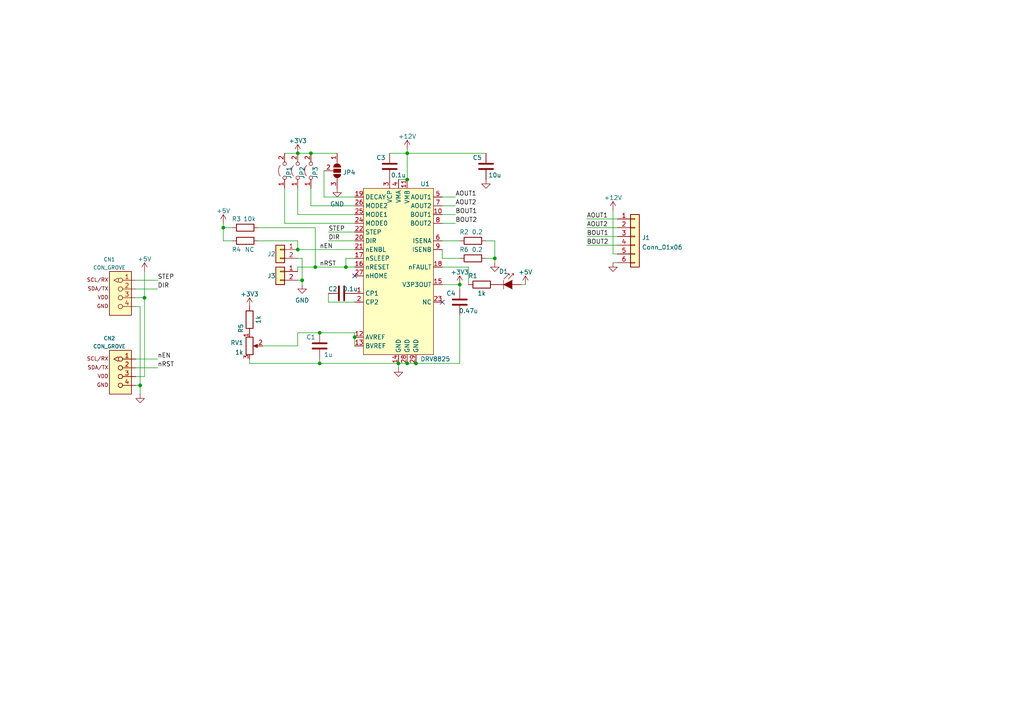
<source format=kicad_sch>
(kicad_sch (version 20211123) (generator eeschema)

  (uuid e63e39d7-6ac0-4ffd-8aa3-1841a4541b55)

  (paper "A4")

  (lib_symbols
    (symbol "Connector_Generic:Conn_01x02" (pin_names (offset 1.016) hide) (in_bom yes) (on_board yes)
      (property "Reference" "J" (id 0) (at 0 2.54 0)
        (effects (font (size 1.27 1.27)))
      )
      (property "Value" "Conn_01x02" (id 1) (at 0 -5.08 0)
        (effects (font (size 1.27 1.27)))
      )
      (property "Footprint" "" (id 2) (at 0 0 0)
        (effects (font (size 1.27 1.27)) hide)
      )
      (property "Datasheet" "~" (id 3) (at 0 0 0)
        (effects (font (size 1.27 1.27)) hide)
      )
      (property "ki_keywords" "connector" (id 4) (at 0 0 0)
        (effects (font (size 1.27 1.27)) hide)
      )
      (property "ki_description" "Generic connector, single row, 01x02, script generated (kicad-library-utils/schlib/autogen/connector/)" (id 5) (at 0 0 0)
        (effects (font (size 1.27 1.27)) hide)
      )
      (property "ki_fp_filters" "Connector*:*_1x??_*" (id 6) (at 0 0 0)
        (effects (font (size 1.27 1.27)) hide)
      )
      (symbol "Conn_01x02_1_1"
        (rectangle (start -1.27 -2.413) (end 0 -2.667)
          (stroke (width 0.1524) (type default) (color 0 0 0 0))
          (fill (type none))
        )
        (rectangle (start -1.27 0.127) (end 0 -0.127)
          (stroke (width 0.1524) (type default) (color 0 0 0 0))
          (fill (type none))
        )
        (rectangle (start -1.27 1.27) (end 1.27 -3.81)
          (stroke (width 0.254) (type default) (color 0 0 0 0))
          (fill (type background))
        )
        (pin passive line (at -5.08 0 0) (length 3.81)
          (name "Pin_1" (effects (font (size 1.27 1.27))))
          (number "1" (effects (font (size 1.27 1.27))))
        )
        (pin passive line (at -5.08 -2.54 0) (length 3.81)
          (name "Pin_2" (effects (font (size 1.27 1.27))))
          (number "2" (effects (font (size 1.27 1.27))))
        )
      )
    )
    (symbol "Connector_Generic:Conn_01x06" (pin_names (offset 1.016) hide) (in_bom yes) (on_board yes)
      (property "Reference" "J" (id 0) (at 0 7.62 0)
        (effects (font (size 1.27 1.27)))
      )
      (property "Value" "Conn_01x06" (id 1) (at 0 -10.16 0)
        (effects (font (size 1.27 1.27)))
      )
      (property "Footprint" "" (id 2) (at 0 0 0)
        (effects (font (size 1.27 1.27)) hide)
      )
      (property "Datasheet" "~" (id 3) (at 0 0 0)
        (effects (font (size 1.27 1.27)) hide)
      )
      (property "ki_keywords" "connector" (id 4) (at 0 0 0)
        (effects (font (size 1.27 1.27)) hide)
      )
      (property "ki_description" "Generic connector, single row, 01x06, script generated (kicad-library-utils/schlib/autogen/connector/)" (id 5) (at 0 0 0)
        (effects (font (size 1.27 1.27)) hide)
      )
      (property "ki_fp_filters" "Connector*:*_1x??_*" (id 6) (at 0 0 0)
        (effects (font (size 1.27 1.27)) hide)
      )
      (symbol "Conn_01x06_1_1"
        (rectangle (start -1.27 -7.493) (end 0 -7.747)
          (stroke (width 0.1524) (type default) (color 0 0 0 0))
          (fill (type none))
        )
        (rectangle (start -1.27 -4.953) (end 0 -5.207)
          (stroke (width 0.1524) (type default) (color 0 0 0 0))
          (fill (type none))
        )
        (rectangle (start -1.27 -2.413) (end 0 -2.667)
          (stroke (width 0.1524) (type default) (color 0 0 0 0))
          (fill (type none))
        )
        (rectangle (start -1.27 0.127) (end 0 -0.127)
          (stroke (width 0.1524) (type default) (color 0 0 0 0))
          (fill (type none))
        )
        (rectangle (start -1.27 2.667) (end 0 2.413)
          (stroke (width 0.1524) (type default) (color 0 0 0 0))
          (fill (type none))
        )
        (rectangle (start -1.27 5.207) (end 0 4.953)
          (stroke (width 0.1524) (type default) (color 0 0 0 0))
          (fill (type none))
        )
        (rectangle (start -1.27 6.35) (end 1.27 -8.89)
          (stroke (width 0.254) (type default) (color 0 0 0 0))
          (fill (type background))
        )
        (pin passive line (at -5.08 5.08 0) (length 3.81)
          (name "Pin_1" (effects (font (size 1.27 1.27))))
          (number "1" (effects (font (size 1.27 1.27))))
        )
        (pin passive line (at -5.08 2.54 0) (length 3.81)
          (name "Pin_2" (effects (font (size 1.27 1.27))))
          (number "2" (effects (font (size 1.27 1.27))))
        )
        (pin passive line (at -5.08 0 0) (length 3.81)
          (name "Pin_3" (effects (font (size 1.27 1.27))))
          (number "3" (effects (font (size 1.27 1.27))))
        )
        (pin passive line (at -5.08 -2.54 0) (length 3.81)
          (name "Pin_4" (effects (font (size 1.27 1.27))))
          (number "4" (effects (font (size 1.27 1.27))))
        )
        (pin passive line (at -5.08 -5.08 0) (length 3.81)
          (name "Pin_5" (effects (font (size 1.27 1.27))))
          (number "5" (effects (font (size 1.27 1.27))))
        )
        (pin passive line (at -5.08 -7.62 0) (length 3.81)
          (name "Pin_6" (effects (font (size 1.27 1.27))))
          (number "6" (effects (font (size 1.27 1.27))))
        )
      )
    )
    (symbol "Device:C" (pin_numbers hide) (pin_names (offset 0.254)) (in_bom yes) (on_board yes)
      (property "Reference" "C" (id 0) (at 0.635 2.54 0)
        (effects (font (size 1.27 1.27)) (justify left))
      )
      (property "Value" "C" (id 1) (at 0.635 -2.54 0)
        (effects (font (size 1.27 1.27)) (justify left))
      )
      (property "Footprint" "" (id 2) (at 0.9652 -3.81 0)
        (effects (font (size 1.27 1.27)) hide)
      )
      (property "Datasheet" "~" (id 3) (at 0 0 0)
        (effects (font (size 1.27 1.27)) hide)
      )
      (property "ki_keywords" "cap capacitor" (id 4) (at 0 0 0)
        (effects (font (size 1.27 1.27)) hide)
      )
      (property "ki_description" "Unpolarized capacitor" (id 5) (at 0 0 0)
        (effects (font (size 1.27 1.27)) hide)
      )
      (property "ki_fp_filters" "C_*" (id 6) (at 0 0 0)
        (effects (font (size 1.27 1.27)) hide)
      )
      (symbol "C_0_1"
        (polyline
          (pts
            (xy -2.032 -0.762)
            (xy 2.032 -0.762)
          )
          (stroke (width 0.508) (type default) (color 0 0 0 0))
          (fill (type none))
        )
        (polyline
          (pts
            (xy -2.032 0.762)
            (xy 2.032 0.762)
          )
          (stroke (width 0.508) (type default) (color 0 0 0 0))
          (fill (type none))
        )
      )
      (symbol "C_1_1"
        (pin passive line (at 0 3.81 270) (length 2.794)
          (name "~" (effects (font (size 1.27 1.27))))
          (number "1" (effects (font (size 1.27 1.27))))
        )
        (pin passive line (at 0 -3.81 90) (length 2.794)
          (name "~" (effects (font (size 1.27 1.27))))
          (number "2" (effects (font (size 1.27 1.27))))
        )
      )
    )
    (symbol "Device:R" (pin_numbers hide) (pin_names (offset 0)) (in_bom yes) (on_board yes)
      (property "Reference" "R" (id 0) (at 2.032 0 90)
        (effects (font (size 1.27 1.27)))
      )
      (property "Value" "R" (id 1) (at 0 0 90)
        (effects (font (size 1.27 1.27)))
      )
      (property "Footprint" "" (id 2) (at -1.778 0 90)
        (effects (font (size 1.27 1.27)) hide)
      )
      (property "Datasheet" "~" (id 3) (at 0 0 0)
        (effects (font (size 1.27 1.27)) hide)
      )
      (property "ki_keywords" "R res resistor" (id 4) (at 0 0 0)
        (effects (font (size 1.27 1.27)) hide)
      )
      (property "ki_description" "Resistor" (id 5) (at 0 0 0)
        (effects (font (size 1.27 1.27)) hide)
      )
      (property "ki_fp_filters" "R_*" (id 6) (at 0 0 0)
        (effects (font (size 1.27 1.27)) hide)
      )
      (symbol "R_0_1"
        (rectangle (start -1.016 -2.54) (end 1.016 2.54)
          (stroke (width 0.254) (type default) (color 0 0 0 0))
          (fill (type none))
        )
      )
      (symbol "R_1_1"
        (pin passive line (at 0 3.81 270) (length 1.27)
          (name "~" (effects (font (size 1.27 1.27))))
          (number "1" (effects (font (size 1.27 1.27))))
        )
        (pin passive line (at 0 -3.81 90) (length 1.27)
          (name "~" (effects (font (size 1.27 1.27))))
          (number "2" (effects (font (size 1.27 1.27))))
        )
      )
    )
    (symbol "Device:R_Potentiometer" (pin_names (offset 1.016) hide) (in_bom yes) (on_board yes)
      (property "Reference" "RV" (id 0) (at -4.445 0 90)
        (effects (font (size 1.27 1.27)))
      )
      (property "Value" "R_Potentiometer" (id 1) (at -2.54 0 90)
        (effects (font (size 1.27 1.27)))
      )
      (property "Footprint" "" (id 2) (at 0 0 0)
        (effects (font (size 1.27 1.27)) hide)
      )
      (property "Datasheet" "~" (id 3) (at 0 0 0)
        (effects (font (size 1.27 1.27)) hide)
      )
      (property "ki_keywords" "resistor variable" (id 4) (at 0 0 0)
        (effects (font (size 1.27 1.27)) hide)
      )
      (property "ki_description" "Potentiometer" (id 5) (at 0 0 0)
        (effects (font (size 1.27 1.27)) hide)
      )
      (property "ki_fp_filters" "Potentiometer*" (id 6) (at 0 0 0)
        (effects (font (size 1.27 1.27)) hide)
      )
      (symbol "R_Potentiometer_0_1"
        (polyline
          (pts
            (xy 2.54 0)
            (xy 1.524 0)
          )
          (stroke (width 0) (type default) (color 0 0 0 0))
          (fill (type none))
        )
        (polyline
          (pts
            (xy 1.143 0)
            (xy 2.286 0.508)
            (xy 2.286 -0.508)
            (xy 1.143 0)
          )
          (stroke (width 0) (type default) (color 0 0 0 0))
          (fill (type outline))
        )
        (rectangle (start 1.016 2.54) (end -1.016 -2.54)
          (stroke (width 0.254) (type default) (color 0 0 0 0))
          (fill (type none))
        )
      )
      (symbol "R_Potentiometer_1_1"
        (pin passive line (at 0 3.81 270) (length 1.27)
          (name "1" (effects (font (size 1.27 1.27))))
          (number "1" (effects (font (size 1.27 1.27))))
        )
        (pin passive line (at 3.81 0 180) (length 1.27)
          (name "2" (effects (font (size 1.27 1.27))))
          (number "2" (effects (font (size 1.27 1.27))))
        )
        (pin passive line (at 0 -3.81 90) (length 1.27)
          (name "3" (effects (font (size 1.27 1.27))))
          (number "3" (effects (font (size 1.27 1.27))))
        )
      )
    )
    (symbol "Jumper:Jumper_2_Open" (pin_names (offset 0) hide) (in_bom yes) (on_board yes)
      (property "Reference" "JP" (id 0) (at 0 2.794 0)
        (effects (font (size 1.27 1.27)))
      )
      (property "Value" "Jumper_2_Open" (id 1) (at 0 -2.286 0)
        (effects (font (size 1.27 1.27)))
      )
      (property "Footprint" "" (id 2) (at 0 0 0)
        (effects (font (size 1.27 1.27)) hide)
      )
      (property "Datasheet" "~" (id 3) (at 0 0 0)
        (effects (font (size 1.27 1.27)) hide)
      )
      (property "ki_keywords" "Jumper SPST" (id 4) (at 0 0 0)
        (effects (font (size 1.27 1.27)) hide)
      )
      (property "ki_description" "Jumper, 2-pole, open" (id 5) (at 0 0 0)
        (effects (font (size 1.27 1.27)) hide)
      )
      (property "ki_fp_filters" "Jumper* TestPoint*2Pads* TestPoint*Bridge*" (id 6) (at 0 0 0)
        (effects (font (size 1.27 1.27)) hide)
      )
      (symbol "Jumper_2_Open_0_0"
        (circle (center -2.032 0) (radius 0.508)
          (stroke (width 0) (type default) (color 0 0 0 0))
          (fill (type none))
        )
        (circle (center 2.032 0) (radius 0.508)
          (stroke (width 0) (type default) (color 0 0 0 0))
          (fill (type none))
        )
      )
      (symbol "Jumper_2_Open_0_1"
        (arc (start 1.524 1.27) (mid 0 1.778) (end -1.524 1.27)
          (stroke (width 0) (type default) (color 0 0 0 0))
          (fill (type none))
        )
      )
      (symbol "Jumper_2_Open_1_1"
        (pin passive line (at -5.08 0 0) (length 2.54)
          (name "A" (effects (font (size 1.27 1.27))))
          (number "1" (effects (font (size 1.27 1.27))))
        )
        (pin passive line (at 5.08 0 180) (length 2.54)
          (name "B" (effects (font (size 1.27 1.27))))
          (number "2" (effects (font (size 1.27 1.27))))
        )
      )
    )
    (symbol "Jumper:SolderJumper_3_Open" (pin_names (offset 0) hide) (in_bom yes) (on_board yes)
      (property "Reference" "JP" (id 0) (at -2.54 -2.54 0)
        (effects (font (size 1.27 1.27)))
      )
      (property "Value" "SolderJumper_3_Open" (id 1) (at 0 2.794 0)
        (effects (font (size 1.27 1.27)))
      )
      (property "Footprint" "" (id 2) (at 0 0 0)
        (effects (font (size 1.27 1.27)) hide)
      )
      (property "Datasheet" "~" (id 3) (at 0 0 0)
        (effects (font (size 1.27 1.27)) hide)
      )
      (property "ki_keywords" "Solder Jumper SPDT" (id 4) (at 0 0 0)
        (effects (font (size 1.27 1.27)) hide)
      )
      (property "ki_description" "Solder Jumper, 3-pole, open" (id 5) (at 0 0 0)
        (effects (font (size 1.27 1.27)) hide)
      )
      (property "ki_fp_filters" "SolderJumper*Open*" (id 6) (at 0 0 0)
        (effects (font (size 1.27 1.27)) hide)
      )
      (symbol "SolderJumper_3_Open_0_1"
        (arc (start -1.016 1.016) (mid -2.032 0) (end -1.016 -1.016)
          (stroke (width 0) (type default) (color 0 0 0 0))
          (fill (type none))
        )
        (arc (start -1.016 1.016) (mid -2.032 0) (end -1.016 -1.016)
          (stroke (width 0) (type default) (color 0 0 0 0))
          (fill (type outline))
        )
        (rectangle (start -0.508 1.016) (end 0.508 -1.016)
          (stroke (width 0) (type default) (color 0 0 0 0))
          (fill (type outline))
        )
        (polyline
          (pts
            (xy -2.54 0)
            (xy -2.032 0)
          )
          (stroke (width 0) (type default) (color 0 0 0 0))
          (fill (type none))
        )
        (polyline
          (pts
            (xy -1.016 1.016)
            (xy -1.016 -1.016)
          )
          (stroke (width 0) (type default) (color 0 0 0 0))
          (fill (type none))
        )
        (polyline
          (pts
            (xy 0 -1.27)
            (xy 0 -1.016)
          )
          (stroke (width 0) (type default) (color 0 0 0 0))
          (fill (type none))
        )
        (polyline
          (pts
            (xy 1.016 1.016)
            (xy 1.016 -1.016)
          )
          (stroke (width 0) (type default) (color 0 0 0 0))
          (fill (type none))
        )
        (polyline
          (pts
            (xy 2.54 0)
            (xy 2.032 0)
          )
          (stroke (width 0) (type default) (color 0 0 0 0))
          (fill (type none))
        )
        (arc (start 1.016 -1.016) (mid 2.032 0) (end 1.016 1.016)
          (stroke (width 0) (type default) (color 0 0 0 0))
          (fill (type none))
        )
        (arc (start 1.016 -1.016) (mid 2.032 0) (end 1.016 1.016)
          (stroke (width 0) (type default) (color 0 0 0 0))
          (fill (type outline))
        )
      )
      (symbol "SolderJumper_3_Open_1_1"
        (pin passive line (at -5.08 0 0) (length 2.54)
          (name "A" (effects (font (size 1.27 1.27))))
          (number "1" (effects (font (size 1.27 1.27))))
        )
        (pin input line (at 0 -3.81 90) (length 2.54)
          (name "C" (effects (font (size 1.27 1.27))))
          (number "2" (effects (font (size 1.27 1.27))))
        )
        (pin passive line (at 5.08 0 180) (length 2.54)
          (name "B" (effects (font (size 1.27 1.27))))
          (number "3" (effects (font (size 1.27 1.27))))
        )
      )
    )
    (symbol "akita:CON_GROVE" (pin_names (offset 1.016)) (in_bom yes) (on_board yes)
      (property "Reference" "CN" (id 0) (at 0 3.81 0)
        (effects (font (size 1.0668 1.0668)) (justify left bottom))
      )
      (property "Value" "CON_GROVE" (id 1) (at 3.81 -5.08 90)
        (effects (font (size 1.0668 1.0668)) (justify left bottom))
      )
      (property "Footprint" "" (id 2) (at 0 0 0)
        (effects (font (size 1.27 1.27)) hide)
      )
      (property "Datasheet" "" (id 3) (at 0 0 0)
        (effects (font (size 1.27 1.27)) hide)
      )
      (property "ki_locked" "" (id 4) (at 0 0 0)
        (effects (font (size 1.27 1.27)))
      )
      (symbol "CON_GROVE_1_0"
        (text "GND" (at 5.334 -5.588 0)
          (effects (font (size 1.0668 1.0668)) (justify left bottom))
        )
        (text "SCL/RX" (at 5.334 2.032 0)
          (effects (font (size 1.0668 1.0668)) (justify left bottom))
        )
        (text "SDA/TX" (at 5.334 -0.508 0)
          (effects (font (size 1.0668 1.0668)) (justify left bottom))
        )
        (text "VDD" (at 5.334 -3.048 0)
          (effects (font (size 1.0668 1.0668)) (justify left bottom))
        )
        (pin bidirectional inverted_clock (at -2.54 2.54 0) (length 5.08)
          (name "1" (effects (font (size 0 0))))
          (number "1" (effects (font (size 1.27 1.27))))
        )
        (pin bidirectional inverted (at -2.54 0 0) (length 5.08)
          (name "2" (effects (font (size 0 0))))
          (number "2" (effects (font (size 1.27 1.27))))
        )
        (pin bidirectional inverted (at -2.54 -2.54 0) (length 5.08)
          (name "3" (effects (font (size 0 0))))
          (number "3" (effects (font (size 1.27 1.27))))
        )
        (pin bidirectional inverted (at -2.54 -5.08 0) (length 5.08)
          (name "4" (effects (font (size 0 0))))
          (number "4" (effects (font (size 1.27 1.27))))
        )
      )
      (symbol "CON_GROVE_1_1"
        (rectangle (start -1.27 5.08) (end 5.08 -7.62)
          (stroke (width 0.2032) (type default) (color 0 0 0 0))
          (fill (type background))
        )
      )
    )
    (symbol "akita:DRV8825" (in_bom yes) (on_board yes)
      (property "Reference" "U" (id 0) (at 10.16 21.59 0)
        (effects (font (size 1.27 1.27)))
      )
      (property "Value" "DRV8825" (id 1) (at 12.7 -29.21 0)
        (effects (font (size 1.27 1.27)))
      )
      (property "Footprint" "" (id 2) (at 0 -40.64 0)
        (effects (font (size 1.27 1.27)) hide)
      )
      (property "Datasheet" "" (id 3) (at 0 -40.64 0)
        (effects (font (size 1.27 1.27)) hide)
      )
      (symbol "DRV8825_0_1"
        (rectangle (start -7.62 20.32) (end 12.7 -27.94)
          (stroke (width 0.1524) (type default) (color 0 0 0 0))
          (fill (type background))
        )
      )
      (symbol "DRV8825_1_1"
        (pin input line (at -10.16 -10.16 0) (length 2.54)
          (name "CP1" (effects (font (size 1.27 1.27))))
          (number "1" (effects (font (size 1.27 1.27))))
        )
        (pin tri_state line (at 15.24 12.7 180) (length 2.54)
          (name "BOUT1" (effects (font (size 1.27 1.27))))
          (number "10" (effects (font (size 1.27 1.27))))
        )
        (pin power_in line (at 5.08 22.86 270) (length 2.54)
          (name "VMB" (effects (font (size 1.27 1.27))))
          (number "11" (effects (font (size 1.27 1.27))))
        )
        (pin input line (at -10.16 -22.86 0) (length 2.54)
          (name "AVREF" (effects (font (size 1.27 1.27))))
          (number "12" (effects (font (size 1.27 1.27))))
        )
        (pin input line (at -10.16 -25.4 0) (length 2.54)
          (name "BVREF" (effects (font (size 1.27 1.27))))
          (number "13" (effects (font (size 1.27 1.27))))
        )
        (pin power_in line (at 2.54 -30.48 90) (length 2.54)
          (name "GND" (effects (font (size 1.27 1.27))))
          (number "14" (effects (font (size 1.27 1.27))))
        )
        (pin power_out line (at 15.24 -7.62 180) (length 2.54)
          (name "V3P3OUT" (effects (font (size 1.27 1.27))))
          (number "15" (effects (font (size 1.27 1.27))))
        )
        (pin output line (at -10.16 -2.54 0) (length 2.54)
          (name "nRESET" (effects (font (size 1.27 1.27))))
          (number "16" (effects (font (size 1.27 1.27))))
        )
        (pin output line (at -10.16 0 0) (length 2.54)
          (name "nSLEEP" (effects (font (size 1.27 1.27))))
          (number "17" (effects (font (size 1.27 1.27))))
        )
        (pin output line (at 15.24 -2.54 180) (length 2.54)
          (name "nFAULT" (effects (font (size 1.27 1.27))))
          (number "18" (effects (font (size 1.27 1.27))))
        )
        (pin input line (at -10.16 17.78 0) (length 2.54)
          (name "DECAY" (effects (font (size 1.27 1.27))))
          (number "19" (effects (font (size 1.27 1.27))))
        )
        (pin input line (at -10.16 -12.7 0) (length 2.54)
          (name "CP2" (effects (font (size 1.27 1.27))))
          (number "2" (effects (font (size 1.27 1.27))))
        )
        (pin input line (at -10.16 5.08 0) (length 2.54)
          (name "DIR" (effects (font (size 1.27 1.27))))
          (number "20" (effects (font (size 1.27 1.27))))
        )
        (pin input line (at -10.16 2.54 0) (length 2.54)
          (name "nENBL" (effects (font (size 1.27 1.27))))
          (number "21" (effects (font (size 1.27 1.27))))
        )
        (pin input line (at -10.16 7.62 0) (length 2.54)
          (name "STEP" (effects (font (size 1.27 1.27))))
          (number "22" (effects (font (size 1.27 1.27))))
        )
        (pin input line (at 15.24 -12.7 180) (length 2.54)
          (name "NC" (effects (font (size 1.27 1.27))))
          (number "23" (effects (font (size 1.27 1.27))))
        )
        (pin input line (at -10.16 10.16 0) (length 2.54)
          (name "MODE0" (effects (font (size 1.27 1.27))))
          (number "24" (effects (font (size 1.27 1.27))))
        )
        (pin input line (at -10.16 12.7 0) (length 2.54)
          (name "MODE1" (effects (font (size 1.27 1.27))))
          (number "25" (effects (font (size 1.27 1.27))))
        )
        (pin input line (at -10.16 15.24 0) (length 2.54)
          (name "MODE2" (effects (font (size 1.27 1.27))))
          (number "26" (effects (font (size 1.27 1.27))))
        )
        (pin input line (at -10.16 -5.08 0) (length 2.54)
          (name "nHOME" (effects (font (size 1.27 1.27))))
          (number "27" (effects (font (size 1.27 1.27))))
        )
        (pin power_in line (at 5.08 -30.48 90) (length 2.54)
          (name "GND" (effects (font (size 1.27 1.27))))
          (number "28" (effects (font (size 1.27 1.27))))
        )
        (pin power_in line (at 7.62 -30.48 90) (length 2.54)
          (name "GND" (effects (font (size 1.27 1.27))))
          (number "29" (effects (font (size 1.27 1.27))))
        )
        (pin power_in line (at 0 22.86 270) (length 2.54)
          (name "VCP" (effects (font (size 1.27 1.27))))
          (number "3" (effects (font (size 1.27 1.27))))
        )
        (pin power_in line (at 2.54 22.86 270) (length 2.54)
          (name "VMA" (effects (font (size 1.27 1.27))))
          (number "4" (effects (font (size 1.27 1.27))))
        )
        (pin tri_state line (at 15.24 17.78 180) (length 2.54)
          (name "AOUT1" (effects (font (size 1.27 1.27))))
          (number "5" (effects (font (size 1.27 1.27))))
        )
        (pin input line (at 15.24 5.08 180) (length 2.54)
          (name "ISENA" (effects (font (size 1.27 1.27))))
          (number "6" (effects (font (size 1.27 1.27))))
        )
        (pin tri_state line (at 15.24 15.24 180) (length 2.54)
          (name "AOUT2" (effects (font (size 1.27 1.27))))
          (number "7" (effects (font (size 1.27 1.27))))
        )
        (pin tri_state line (at 15.24 10.16 180) (length 2.54)
          (name "BOUT2" (effects (font (size 1.27 1.27))))
          (number "8" (effects (font (size 1.27 1.27))))
        )
        (pin input line (at 15.24 2.54 180) (length 2.54)
          (name "ISENB" (effects (font (size 1.27 1.27))))
          (number "9" (effects (font (size 1.27 1.27))))
        )
      )
    )
    (symbol "akita:LED" (pin_numbers hide) (pin_names (offset 1.016) hide) (in_bom yes) (on_board yes)
      (property "Reference" "D" (id 0) (at 0.508 1.778 0)
        (effects (font (size 1.27 1.27)) (justify left))
      )
      (property "Value" "LED" (id 1) (at -1.016 -2.794 0)
        (effects (font (size 1.27 1.27)))
      )
      (property "Footprint" "" (id 2) (at 0 4.445 0)
        (effects (font (size 1.27 1.27)) hide)
      )
      (property "Datasheet" "http://www.osram-os.com/Graphics/XPic6/00029609_0.pdf/SFh%20460.pdf" (id 3) (at -1.27 0 0)
        (effects (font (size 1.27 1.27)) hide)
      )
      (property "ki_keywords" "opto IR LED" (id 4) (at 0 0 0)
        (effects (font (size 1.27 1.27)) hide)
      )
      (property "ki_description" "general LED" (id 5) (at 0 0 0)
        (effects (font (size 1.27 1.27)) hide)
      )
      (property "ki_fp_filters" "TO?18*Window*" (id 6) (at 0 0 0)
        (effects (font (size 1.27 1.27)) hide)
      )
      (symbol "LED_0_1"
        (polyline
          (pts
            (xy -2.54 1.27)
            (xy -2.54 -1.27)
          )
          (stroke (width 0.1524) (type default) (color 0 0 0 0))
          (fill (type none))
        )
        (polyline
          (pts
            (xy 0.381 3.175)
            (xy -0.127 3.175)
          )
          (stroke (width 0) (type default) (color 0 0 0 0))
          (fill (type none))
        )
        (polyline
          (pts
            (xy -1.143 1.651)
            (xy 0.381 3.175)
            (xy 0.381 2.667)
          )
          (stroke (width 0) (type default) (color 0 0 0 0))
          (fill (type none))
        )
        (polyline
          (pts
            (xy 0 1.27)
            (xy -2.54 0)
            (xy 0 -1.27)
          )
          (stroke (width 0) (type default) (color 0 0 0 0))
          (fill (type outline))
        )
        (polyline
          (pts
            (xy -2.413 1.651)
            (xy -0.889 3.175)
            (xy -0.889 2.667)
            (xy -0.889 3.175)
            (xy -1.397 3.175)
          )
          (stroke (width 0) (type default) (color 0 0 0 0))
          (fill (type none))
        )
      )
      (symbol "LED_1_1"
        (pin passive line (at -5.08 0 0) (length 2.54)
          (name "K" (effects (font (size 1.27 1.27))))
          (number "1" (effects (font (size 1.27 1.27))))
        )
        (pin passive line (at 2.54 0 180) (length 2.54)
          (name "A" (effects (font (size 1.27 1.27))))
          (number "2" (effects (font (size 1.27 1.27))))
        )
      )
    )
    (symbol "power:+12V" (power) (pin_names (offset 0)) (in_bom yes) (on_board yes)
      (property "Reference" "#PWR" (id 0) (at 0 -3.81 0)
        (effects (font (size 1.27 1.27)) hide)
      )
      (property "Value" "+12V" (id 1) (at 0 3.556 0)
        (effects (font (size 1.27 1.27)))
      )
      (property "Footprint" "" (id 2) (at 0 0 0)
        (effects (font (size 1.27 1.27)) hide)
      )
      (property "Datasheet" "" (id 3) (at 0 0 0)
        (effects (font (size 1.27 1.27)) hide)
      )
      (property "ki_keywords" "power-flag" (id 4) (at 0 0 0)
        (effects (font (size 1.27 1.27)) hide)
      )
      (property "ki_description" "Power symbol creates a global label with name \"+12V\"" (id 5) (at 0 0 0)
        (effects (font (size 1.27 1.27)) hide)
      )
      (symbol "+12V_0_1"
        (polyline
          (pts
            (xy -0.762 1.27)
            (xy 0 2.54)
          )
          (stroke (width 0) (type default) (color 0 0 0 0))
          (fill (type none))
        )
        (polyline
          (pts
            (xy 0 0)
            (xy 0 2.54)
          )
          (stroke (width 0) (type default) (color 0 0 0 0))
          (fill (type none))
        )
        (polyline
          (pts
            (xy 0 2.54)
            (xy 0.762 1.27)
          )
          (stroke (width 0) (type default) (color 0 0 0 0))
          (fill (type none))
        )
      )
      (symbol "+12V_1_1"
        (pin power_in line (at 0 0 90) (length 0) hide
          (name "+12V" (effects (font (size 1.27 1.27))))
          (number "1" (effects (font (size 1.27 1.27))))
        )
      )
    )
    (symbol "power:+3.3V" (power) (pin_names (offset 0)) (in_bom yes) (on_board yes)
      (property "Reference" "#PWR" (id 0) (at 0 -3.81 0)
        (effects (font (size 1.27 1.27)) hide)
      )
      (property "Value" "+3.3V" (id 1) (at 0 3.556 0)
        (effects (font (size 1.27 1.27)))
      )
      (property "Footprint" "" (id 2) (at 0 0 0)
        (effects (font (size 1.27 1.27)) hide)
      )
      (property "Datasheet" "" (id 3) (at 0 0 0)
        (effects (font (size 1.27 1.27)) hide)
      )
      (property "ki_keywords" "power-flag" (id 4) (at 0 0 0)
        (effects (font (size 1.27 1.27)) hide)
      )
      (property "ki_description" "Power symbol creates a global label with name \"+3.3V\"" (id 5) (at 0 0 0)
        (effects (font (size 1.27 1.27)) hide)
      )
      (symbol "+3.3V_0_1"
        (polyline
          (pts
            (xy -0.762 1.27)
            (xy 0 2.54)
          )
          (stroke (width 0) (type default) (color 0 0 0 0))
          (fill (type none))
        )
        (polyline
          (pts
            (xy 0 0)
            (xy 0 2.54)
          )
          (stroke (width 0) (type default) (color 0 0 0 0))
          (fill (type none))
        )
        (polyline
          (pts
            (xy 0 2.54)
            (xy 0.762 1.27)
          )
          (stroke (width 0) (type default) (color 0 0 0 0))
          (fill (type none))
        )
      )
      (symbol "+3.3V_1_1"
        (pin power_in line (at 0 0 90) (length 0) hide
          (name "+3V3" (effects (font (size 1.27 1.27))))
          (number "1" (effects (font (size 1.27 1.27))))
        )
      )
    )
    (symbol "power:+5V" (power) (pin_names (offset 0)) (in_bom yes) (on_board yes)
      (property "Reference" "#PWR" (id 0) (at 0 -3.81 0)
        (effects (font (size 1.27 1.27)) hide)
      )
      (property "Value" "+5V" (id 1) (at 0 3.556 0)
        (effects (font (size 1.27 1.27)))
      )
      (property "Footprint" "" (id 2) (at 0 0 0)
        (effects (font (size 1.27 1.27)) hide)
      )
      (property "Datasheet" "" (id 3) (at 0 0 0)
        (effects (font (size 1.27 1.27)) hide)
      )
      (property "ki_keywords" "power-flag" (id 4) (at 0 0 0)
        (effects (font (size 1.27 1.27)) hide)
      )
      (property "ki_description" "Power symbol creates a global label with name \"+5V\"" (id 5) (at 0 0 0)
        (effects (font (size 1.27 1.27)) hide)
      )
      (symbol "+5V_0_1"
        (polyline
          (pts
            (xy -0.762 1.27)
            (xy 0 2.54)
          )
          (stroke (width 0) (type default) (color 0 0 0 0))
          (fill (type none))
        )
        (polyline
          (pts
            (xy 0 0)
            (xy 0 2.54)
          )
          (stroke (width 0) (type default) (color 0 0 0 0))
          (fill (type none))
        )
        (polyline
          (pts
            (xy 0 2.54)
            (xy 0.762 1.27)
          )
          (stroke (width 0) (type default) (color 0 0 0 0))
          (fill (type none))
        )
      )
      (symbol "+5V_1_1"
        (pin power_in line (at 0 0 90) (length 0) hide
          (name "+5V" (effects (font (size 1.27 1.27))))
          (number "1" (effects (font (size 1.27 1.27))))
        )
      )
    )
    (symbol "power:GND" (power) (pin_names (offset 0)) (in_bom yes) (on_board yes)
      (property "Reference" "#PWR" (id 0) (at 0 -6.35 0)
        (effects (font (size 1.27 1.27)) hide)
      )
      (property "Value" "GND" (id 1) (at 0 -3.81 0)
        (effects (font (size 1.27 1.27)))
      )
      (property "Footprint" "" (id 2) (at 0 0 0)
        (effects (font (size 1.27 1.27)) hide)
      )
      (property "Datasheet" "" (id 3) (at 0 0 0)
        (effects (font (size 1.27 1.27)) hide)
      )
      (property "ki_keywords" "power-flag" (id 4) (at 0 0 0)
        (effects (font (size 1.27 1.27)) hide)
      )
      (property "ki_description" "Power symbol creates a global label with name \"GND\" , ground" (id 5) (at 0 0 0)
        (effects (font (size 1.27 1.27)) hide)
      )
      (symbol "GND_0_1"
        (polyline
          (pts
            (xy 0 0)
            (xy 0 -1.27)
            (xy 1.27 -1.27)
            (xy 0 -2.54)
            (xy -1.27 -1.27)
            (xy 0 -1.27)
          )
          (stroke (width 0) (type default) (color 0 0 0 0))
          (fill (type none))
        )
      )
      (symbol "GND_1_1"
        (pin power_in line (at 0 0 270) (length 0) hide
          (name "GND" (effects (font (size 1.27 1.27))))
          (number "1" (effects (font (size 1.27 1.27))))
        )
      )
    )
  )

  (junction (at 115.57 105.41) (diameter 0) (color 0 0 0 0)
    (uuid 2538d8da-0be0-4cb6-85e3-45ef00e92339)
  )
  (junction (at 118.11 44.45) (diameter 0) (color 0 0 0 0)
    (uuid 29121967-985e-4629-9206-85806f8f2a9c)
  )
  (junction (at 86.36 44.45) (diameter 0) (color 0 0 0 0)
    (uuid 3399d979-621e-4a88-a2ca-379b1b8175fe)
  )
  (junction (at 87.63 81.28) (diameter 0) (color 0 0 0 0)
    (uuid 33ebc5c8-a8e0-4944-a68f-8f74111c756a)
  )
  (junction (at 133.35 82.55) (diameter 0) (color 0 0 0 0)
    (uuid 44735d6b-9bd3-4497-9f62-2bfe5434acd2)
  )
  (junction (at 86.36 72.39) (diameter 0) (color 0 0 0 0)
    (uuid 4fd36474-9f0a-452f-9ad7-3437d4e436c4)
  )
  (junction (at 118.11 52.07) (diameter 0) (color 0 0 0 0)
    (uuid 7dea40ad-275e-4356-bed4-ccf3ba29d326)
  )
  (junction (at 64.77 66.04) (diameter 0) (color 0 0 0 0)
    (uuid 8942ce40-6c98-40c5-beee-6e1a8fcc5820)
  )
  (junction (at 143.51 74.93) (diameter 0) (color 0 0 0 0)
    (uuid 9121e190-980d-443a-bf56-8f4a18a36507)
  )
  (junction (at 102.87 97.79) (diameter 0) (color 0 0 0 0)
    (uuid 9bfbf63c-beed-47d1-9d62-763a7903d8aa)
  )
  (junction (at 90.17 44.45) (diameter 0) (color 0 0 0 0)
    (uuid a8876314-9d3e-4224-93b3-42037212f41f)
  )
  (junction (at 120.65 105.41) (diameter 0) (color 0 0 0 0)
    (uuid c1b1c623-a8e6-4a00-96fb-dc77f4f1f60f)
  )
  (junction (at 91.44 77.47) (diameter 0) (color 0 0 0 0)
    (uuid c31d4a84-9e2d-4469-9620-20362bfcb47a)
  )
  (junction (at 100.33 77.47) (diameter 0) (color 0 0 0 0)
    (uuid c7def739-83ba-4688-a6c3-995ec9221941)
  )
  (junction (at 92.71 96.52) (diameter 0) (color 0 0 0 0)
    (uuid d869eb82-534f-4465-8258-083c1b81812c)
  )
  (junction (at 41.91 86.36) (diameter 0) (color 0 0 0 0)
    (uuid da355070-531e-4277-b68c-9666d6649537)
  )
  (junction (at 118.11 105.41) (diameter 0) (color 0 0 0 0)
    (uuid dc9726e0-48e6-4dee-990f-f164184957c4)
  )
  (junction (at 92.71 105.41) (diameter 0) (color 0 0 0 0)
    (uuid e23ada5b-04e6-4a3f-9649-dd9db9061631)
  )
  (junction (at 40.64 111.76) (diameter 0) (color 0 0 0 0)
    (uuid f830a66f-e2ef-4b7e-9edf-b7c190c62646)
  )

  (no_connect (at 128.27 87.63) (uuid 9f35685a-455f-4eba-9b45-5375c1acf8d2))
  (no_connect (at 102.87 80.01) (uuid fe79743e-c217-4631-954e-57387568e2b8))

  (wire (pts (xy 100.33 74.93) (xy 100.33 77.47))
    (stroke (width 0) (type default) (color 0 0 0 0))
    (uuid 009eaed3-61dc-474c-9b2d-ba4daec0f3de)
  )
  (wire (pts (xy 102.87 97.79) (xy 102.87 100.33))
    (stroke (width 0) (type default) (color 0 0 0 0))
    (uuid 00bc6ec3-571e-4c32-bed3-a96388cad8fa)
  )
  (wire (pts (xy 86.36 77.47) (xy 86.36 78.74))
    (stroke (width 0) (type default) (color 0 0 0 0))
    (uuid 046cabbd-25dd-4265-906d-9916e4d72952)
  )
  (wire (pts (xy 40.64 111.76) (xy 40.64 114.3))
    (stroke (width 0) (type default) (color 0 0 0 0))
    (uuid 08af9312-9ab6-44ac-842f-519f01c9903b)
  )
  (wire (pts (xy 128.27 77.47) (xy 135.89 77.47))
    (stroke (width 0) (type default) (color 0 0 0 0))
    (uuid 0acb9a70-0945-4b13-8c86-e1fe36897257)
  )
  (wire (pts (xy 102.87 87.63) (xy 95.25 87.63))
    (stroke (width 0) (type default) (color 0 0 0 0))
    (uuid 0c3efb86-2aeb-487a-8fb1-7004f015bd0f)
  )
  (wire (pts (xy 128.27 74.93) (xy 128.27 72.39))
    (stroke (width 0) (type default) (color 0 0 0 0))
    (uuid 0ed255d4-cf07-47e2-8c6b-77b35c201d60)
  )
  (wire (pts (xy 115.57 105.41) (xy 115.57 106.68))
    (stroke (width 0) (type default) (color 0 0 0 0))
    (uuid 1024b3c0-a47c-4d52-9828-271f15e22715)
  )
  (wire (pts (xy 128.27 64.77) (xy 132.08 64.77))
    (stroke (width 0) (type default) (color 0 0 0 0))
    (uuid 1139fe41-1c7b-4c70-887e-715e0683d244)
  )
  (wire (pts (xy 140.97 74.93) (xy 143.51 74.93))
    (stroke (width 0) (type default) (color 0 0 0 0))
    (uuid 1674cfce-cca4-48e9-993d-ff2877827b89)
  )
  (wire (pts (xy 74.93 66.04) (xy 91.44 66.04))
    (stroke (width 0) (type default) (color 0 0 0 0))
    (uuid 1965e4da-3400-4df9-8e37-add5aa8a5222)
  )
  (wire (pts (xy 91.44 77.47) (xy 86.36 77.47))
    (stroke (width 0) (type default) (color 0 0 0 0))
    (uuid 19df5574-ccb5-483e-820e-052569cacce3)
  )
  (wire (pts (xy 64.77 69.85) (xy 64.77 66.04))
    (stroke (width 0) (type default) (color 0 0 0 0))
    (uuid 1deb7610-3f8d-49ed-8461-c03ba40bfa53)
  )
  (wire (pts (xy 115.57 52.07) (xy 118.11 52.07))
    (stroke (width 0) (type default) (color 0 0 0 0))
    (uuid 1fbf5c75-3ff0-46e6-ad91-0381cd18d28b)
  )
  (wire (pts (xy 102.87 64.77) (xy 82.55 64.77))
    (stroke (width 0) (type default) (color 0 0 0 0))
    (uuid 204efd47-b65e-424b-ad7d-0f519bf1a1e0)
  )
  (wire (pts (xy 67.31 66.04) (xy 64.77 66.04))
    (stroke (width 0) (type default) (color 0 0 0 0))
    (uuid 21e909d4-b890-41d8-8cfa-0cff184ecafa)
  )
  (wire (pts (xy 86.36 62.23) (xy 86.36 54.61))
    (stroke (width 0) (type default) (color 0 0 0 0))
    (uuid 2bdb7872-448a-47c6-a22a-67f6a0b18c61)
  )
  (wire (pts (xy 102.87 59.69) (xy 90.17 59.69))
    (stroke (width 0) (type default) (color 0 0 0 0))
    (uuid 2db11260-eb9b-4975-83fc-3681cc73bf99)
  )
  (wire (pts (xy 128.27 82.55) (xy 133.35 82.55))
    (stroke (width 0) (type default) (color 0 0 0 0))
    (uuid 2e2933e7-3067-4303-aa87-c2e2c0698628)
  )
  (wire (pts (xy 39.37 106.68) (xy 45.72 106.68))
    (stroke (width 0) (type default) (color 0 0 0 0))
    (uuid 3003fcaf-8293-4313-b0f3-229961f5a20b)
  )
  (wire (pts (xy 86.36 44.45) (xy 90.17 44.45))
    (stroke (width 0) (type default) (color 0 0 0 0))
    (uuid 429694b7-63cd-4e55-aa96-878d0f192635)
  )
  (wire (pts (xy 91.44 66.04) (xy 91.44 77.47))
    (stroke (width 0) (type default) (color 0 0 0 0))
    (uuid 48103270-9e4f-4ddb-a541-f2504aa191f8)
  )
  (wire (pts (xy 40.64 88.9) (xy 40.64 111.76))
    (stroke (width 0) (type default) (color 0 0 0 0))
    (uuid 4810674e-213b-439a-9787-067a56ea1d69)
  )
  (wire (pts (xy 100.33 77.47) (xy 91.44 77.47))
    (stroke (width 0) (type default) (color 0 0 0 0))
    (uuid 4958996b-4be5-4ef9-a6cf-56743be6c08e)
  )
  (wire (pts (xy 86.36 81.28) (xy 87.63 81.28))
    (stroke (width 0) (type default) (color 0 0 0 0))
    (uuid 4d819a31-f9aa-4662-a958-7d3cc3434aa9)
  )
  (wire (pts (xy 143.51 69.85) (xy 143.51 74.93))
    (stroke (width 0) (type default) (color 0 0 0 0))
    (uuid 4db12319-bab4-4ac1-b904-2fb91d3dd554)
  )
  (wire (pts (xy 135.89 77.47) (xy 135.89 82.55))
    (stroke (width 0) (type default) (color 0 0 0 0))
    (uuid 4dfbfef2-8463-4e0c-9359-7618cfb737d8)
  )
  (wire (pts (xy 118.11 44.45) (xy 118.11 52.07))
    (stroke (width 0) (type default) (color 0 0 0 0))
    (uuid 54775a87-7136-455e-825f-288bbd41fe20)
  )
  (wire (pts (xy 177.8 76.2) (xy 179.07 76.2))
    (stroke (width 0) (type default) (color 0 0 0 0))
    (uuid 5508ba22-4481-4596-b1bf-989c1270a24f)
  )
  (wire (pts (xy 115.57 105.41) (xy 118.11 105.41))
    (stroke (width 0) (type default) (color 0 0 0 0))
    (uuid 56b8cbca-6077-4e6e-9242-77a28a8b4574)
  )
  (wire (pts (xy 170.18 63.5) (xy 179.07 63.5))
    (stroke (width 0) (type default) (color 0 0 0 0))
    (uuid 5944d439-4c60-4cf8-a2da-14fdc88384b9)
  )
  (wire (pts (xy 120.65 105.41) (xy 133.35 105.41))
    (stroke (width 0) (type default) (color 0 0 0 0))
    (uuid 5b825bbb-a10e-4eef-94dd-ca078b36733b)
  )
  (wire (pts (xy 39.37 86.36) (xy 41.91 86.36))
    (stroke (width 0) (type default) (color 0 0 0 0))
    (uuid 5c158d75-ed52-44e3-9201-6718bb411811)
  )
  (wire (pts (xy 72.39 105.41) (xy 72.39 104.14))
    (stroke (width 0) (type default) (color 0 0 0 0))
    (uuid 5d841968-d13a-47b4-862e-419d30a5db47)
  )
  (wire (pts (xy 95.25 67.31) (xy 102.87 67.31))
    (stroke (width 0) (type default) (color 0 0 0 0))
    (uuid 617171b8-35fa-403e-9e0c-1b7644a32332)
  )
  (wire (pts (xy 39.37 81.28) (xy 45.72 81.28))
    (stroke (width 0) (type default) (color 0 0 0 0))
    (uuid 64f303fe-a2e0-40db-a8f9-aec65f8ff485)
  )
  (wire (pts (xy 76.2 100.33) (xy 86.36 100.33))
    (stroke (width 0) (type default) (color 0 0 0 0))
    (uuid 66ca51be-0a8d-493a-ba75-a356a79dbf48)
  )
  (wire (pts (xy 90.17 44.45) (xy 97.79 44.45))
    (stroke (width 0) (type default) (color 0 0 0 0))
    (uuid 67d55ca5-dc58-4f45-96df-907c1c3da9e7)
  )
  (wire (pts (xy 86.36 96.52) (xy 92.71 96.52))
    (stroke (width 0) (type default) (color 0 0 0 0))
    (uuid 67faf502-0c99-4b89-9e7b-9f0880ca539d)
  )
  (wire (pts (xy 128.27 59.69) (xy 132.08 59.69))
    (stroke (width 0) (type default) (color 0 0 0 0))
    (uuid 6da54449-6c69-44b7-99d7-cc266a7f5c74)
  )
  (wire (pts (xy 102.87 74.93) (xy 100.33 74.93))
    (stroke (width 0) (type default) (color 0 0 0 0))
    (uuid 6ffebe98-9c99-4f67-9c40-197a6b09933d)
  )
  (wire (pts (xy 95.25 87.63) (xy 95.25 85.09))
    (stroke (width 0) (type default) (color 0 0 0 0))
    (uuid 72b885ba-e407-453f-87b6-12ae9c1bd773)
  )
  (wire (pts (xy 86.36 74.93) (xy 87.63 74.93))
    (stroke (width 0) (type default) (color 0 0 0 0))
    (uuid 72ed5c4b-3eeb-40c2-b9c1-eb430d619fed)
  )
  (wire (pts (xy 93.98 49.53) (xy 93.98 57.15))
    (stroke (width 0) (type default) (color 0 0 0 0))
    (uuid 74a0d295-7812-4424-adb4-fa63b46d08d8)
  )
  (wire (pts (xy 92.71 96.52) (xy 102.87 96.52))
    (stroke (width 0) (type default) (color 0 0 0 0))
    (uuid 74ee0ada-a1c0-4a57-ac59-1d3d0172ec5b)
  )
  (wire (pts (xy 140.97 69.85) (xy 143.51 69.85))
    (stroke (width 0) (type default) (color 0 0 0 0))
    (uuid 79ecd50a-6c36-45e8-99f3-10d34e9ccfb8)
  )
  (wire (pts (xy 118.11 44.45) (xy 140.97 44.45))
    (stroke (width 0) (type default) (color 0 0 0 0))
    (uuid 7d989cfc-fb6d-4288-baf1-803e68e52656)
  )
  (wire (pts (xy 92.71 105.41) (xy 92.71 104.14))
    (stroke (width 0) (type default) (color 0 0 0 0))
    (uuid 7e23f6c7-56c3-45dd-9e44-6b0c820388a4)
  )
  (wire (pts (xy 118.11 105.41) (xy 120.65 105.41))
    (stroke (width 0) (type default) (color 0 0 0 0))
    (uuid 83ca76bf-e8f2-4fe1-96b1-c747bd33ee85)
  )
  (wire (pts (xy 39.37 111.76) (xy 40.64 111.76))
    (stroke (width 0) (type default) (color 0 0 0 0))
    (uuid 84c10181-d98d-48b4-a559-aa9af1eeba01)
  )
  (wire (pts (xy 170.18 68.58) (xy 179.07 68.58))
    (stroke (width 0) (type default) (color 0 0 0 0))
    (uuid 8a019b04-e371-43dd-a689-6ae92a48333b)
  )
  (wire (pts (xy 128.27 69.85) (xy 133.35 69.85))
    (stroke (width 0) (type default) (color 0 0 0 0))
    (uuid 8a5c0cbc-133f-452c-934c-c4a7a368302a)
  )
  (wire (pts (xy 133.35 74.93) (xy 128.27 74.93))
    (stroke (width 0) (type default) (color 0 0 0 0))
    (uuid 8f352295-a79d-41f1-9fb1-c63cf43cf563)
  )
  (wire (pts (xy 177.8 73.66) (xy 179.07 73.66))
    (stroke (width 0) (type default) (color 0 0 0 0))
    (uuid 90e92813-e328-45b8-a0f0-31f249f11d62)
  )
  (wire (pts (xy 118.11 44.45) (xy 118.11 43.18))
    (stroke (width 0) (type default) (color 0 0 0 0))
    (uuid 90e973ea-bb64-444d-80a3-1f9e5f32719b)
  )
  (wire (pts (xy 128.27 57.15) (xy 132.08 57.15))
    (stroke (width 0) (type default) (color 0 0 0 0))
    (uuid 9100221f-ef54-45d6-bf8b-138e2848bb85)
  )
  (wire (pts (xy 67.31 69.85) (xy 64.77 69.85))
    (stroke (width 0) (type default) (color 0 0 0 0))
    (uuid a12f5e1d-5cc7-40bf-972d-bf7608703fea)
  )
  (wire (pts (xy 92.71 105.41) (xy 72.39 105.41))
    (stroke (width 0) (type default) (color 0 0 0 0))
    (uuid a15af6c7-e3a9-47d1-99d9-d37c012c0b96)
  )
  (wire (pts (xy 82.55 44.45) (xy 86.36 44.45))
    (stroke (width 0) (type default) (color 0 0 0 0))
    (uuid a67297ae-12e8-44fc-82a4-9ee4c8f5dba3)
  )
  (wire (pts (xy 86.36 100.33) (xy 86.36 96.52))
    (stroke (width 0) (type default) (color 0 0 0 0))
    (uuid a86b0d51-fccd-40b1-9f32-5666e0f23d7c)
  )
  (wire (pts (xy 82.55 64.77) (xy 82.55 54.61))
    (stroke (width 0) (type default) (color 0 0 0 0))
    (uuid a93f7bbb-ab81-4c06-9fb4-b00fe34c515e)
  )
  (wire (pts (xy 177.8 60.96) (xy 177.8 73.66))
    (stroke (width 0) (type default) (color 0 0 0 0))
    (uuid aaf6f2f9-7a9f-4257-8fd7-cd1492b341f2)
  )
  (wire (pts (xy 87.63 74.93) (xy 87.63 81.28))
    (stroke (width 0) (type default) (color 0 0 0 0))
    (uuid ac0097d3-4ed1-490e-b86f-4536b9dea5b1)
  )
  (wire (pts (xy 113.03 44.45) (xy 118.11 44.45))
    (stroke (width 0) (type default) (color 0 0 0 0))
    (uuid acd09e9c-71b1-44b1-b4b1-7e32d519f348)
  )
  (wire (pts (xy 151.13 82.55) (xy 152.4 82.55))
    (stroke (width 0) (type default) (color 0 0 0 0))
    (uuid b1ac787c-8792-4144-bbf3-fb9547b60490)
  )
  (wire (pts (xy 170.18 71.12) (xy 179.07 71.12))
    (stroke (width 0) (type default) (color 0 0 0 0))
    (uuid b3b7b9da-850f-4640-a038-8e957cbacb39)
  )
  (wire (pts (xy 39.37 104.14) (xy 45.72 104.14))
    (stroke (width 0) (type default) (color 0 0 0 0))
    (uuid b99b5a99-9eac-41e7-b478-484c3766f198)
  )
  (wire (pts (xy 128.27 62.23) (xy 132.08 62.23))
    (stroke (width 0) (type default) (color 0 0 0 0))
    (uuid bb2bb0c6-9813-45e7-989f-0eacf5c5ab64)
  )
  (wire (pts (xy 39.37 88.9) (xy 40.64 88.9))
    (stroke (width 0) (type default) (color 0 0 0 0))
    (uuid c051ef0e-1d99-41a9-a84a-2d89146704e2)
  )
  (wire (pts (xy 115.57 105.41) (xy 92.71 105.41))
    (stroke (width 0) (type default) (color 0 0 0 0))
    (uuid c0d701a0-f0e0-4aaa-acb8-de0c8c959f84)
  )
  (wire (pts (xy 41.91 109.22) (xy 41.91 86.36))
    (stroke (width 0) (type default) (color 0 0 0 0))
    (uuid c41901fa-1220-42a8-b383-4fa632dcfa9d)
  )
  (wire (pts (xy 41.91 86.36) (xy 41.91 78.74))
    (stroke (width 0) (type default) (color 0 0 0 0))
    (uuid c425d899-6f9d-4312-9484-691c3b492f41)
  )
  (wire (pts (xy 133.35 82.55) (xy 133.35 83.82))
    (stroke (width 0) (type default) (color 0 0 0 0))
    (uuid c64987ac-4426-4dcf-b2cc-44618bc7db94)
  )
  (wire (pts (xy 74.93 69.85) (xy 86.36 69.85))
    (stroke (width 0) (type default) (color 0 0 0 0))
    (uuid ce1ad2a2-a85b-4983-ab77-332f8e3468fe)
  )
  (wire (pts (xy 86.36 69.85) (xy 86.36 72.39))
    (stroke (width 0) (type default) (color 0 0 0 0))
    (uuid d3842bdf-5501-4d51-a728-f5c92d3eaab5)
  )
  (wire (pts (xy 133.35 105.41) (xy 133.35 91.44))
    (stroke (width 0) (type default) (color 0 0 0 0))
    (uuid da50e325-f2d9-48f1-8f39-6e80a8d15f36)
  )
  (wire (pts (xy 90.17 59.69) (xy 90.17 54.61))
    (stroke (width 0) (type default) (color 0 0 0 0))
    (uuid dc9892dd-c980-4631-ad8b-08e0c4e4b842)
  )
  (wire (pts (xy 102.87 96.52) (xy 102.87 97.79))
    (stroke (width 0) (type default) (color 0 0 0 0))
    (uuid df6b1f8d-eb41-485a-9b39-2d996d051296)
  )
  (wire (pts (xy 102.87 57.15) (xy 93.98 57.15))
    (stroke (width 0) (type default) (color 0 0 0 0))
    (uuid e22f8c78-2586-4957-b579-9ca49bcdb912)
  )
  (wire (pts (xy 39.37 83.82) (xy 45.72 83.82))
    (stroke (width 0) (type default) (color 0 0 0 0))
    (uuid e340bdc5-b347-453c-9114-4ca17bdedd58)
  )
  (wire (pts (xy 64.77 66.04) (xy 64.77 64.77))
    (stroke (width 0) (type default) (color 0 0 0 0))
    (uuid e8590814-34e6-485a-8470-d9c7becb8cd2)
  )
  (wire (pts (xy 102.87 62.23) (xy 86.36 62.23))
    (stroke (width 0) (type default) (color 0 0 0 0))
    (uuid eee6fbec-3577-407b-b2e5-032035d49354)
  )
  (wire (pts (xy 143.51 74.93) (xy 143.51 76.2))
    (stroke (width 0) (type default) (color 0 0 0 0))
    (uuid efd41b30-5e08-4d63-949a-56b947426fba)
  )
  (wire (pts (xy 39.37 109.22) (xy 41.91 109.22))
    (stroke (width 0) (type default) (color 0 0 0 0))
    (uuid f07c86b3-c1bb-4f59-976c-9a56e03a2844)
  )
  (wire (pts (xy 95.25 69.85) (xy 102.87 69.85))
    (stroke (width 0) (type default) (color 0 0 0 0))
    (uuid f67c4c18-11c2-488a-81da-74c2b3e8d738)
  )
  (wire (pts (xy 170.18 66.04) (xy 179.07 66.04))
    (stroke (width 0) (type default) (color 0 0 0 0))
    (uuid f8550587-ad3c-4a87-8317-f643f0aa35ae)
  )
  (wire (pts (xy 102.87 77.47) (xy 100.33 77.47))
    (stroke (width 0) (type default) (color 0 0 0 0))
    (uuid f999960b-20dd-4e05-b4f3-9c199606f93a)
  )
  (wire (pts (xy 87.63 81.28) (xy 87.63 82.55))
    (stroke (width 0) (type default) (color 0 0 0 0))
    (uuid faf7d18b-ea45-4ba4-a204-690b31b38aac)
  )
  (wire (pts (xy 86.36 72.39) (xy 102.87 72.39))
    (stroke (width 0) (type default) (color 0 0 0 0))
    (uuid fe1d4bfe-afd6-4401-90c3-c728fc027ab4)
  )

  (label "BOUT1" (at 132.08 62.23 0)
    (effects (font (size 1.27 1.27)) (justify left bottom))
    (uuid 008a0a5a-c2cd-4a97-9e12-aad8fc52d9bf)
  )
  (label "BOUT2" (at 170.18 71.12 0)
    (effects (font (size 1.27 1.27)) (justify left bottom))
    (uuid 0f5ca542-5055-4c7f-9f8e-4fc248cab825)
  )
  (label "AOUT2" (at 132.08 59.69 0)
    (effects (font (size 1.27 1.27)) (justify left bottom))
    (uuid 17d7d8e3-afa1-49f9-bafc-f88bd9d232e2)
  )
  (label "DIR" (at 95.25 69.85 0)
    (effects (font (size 1.27 1.27)) (justify left bottom))
    (uuid 22f40371-cb33-43cc-be17-6e732c4dc1a2)
  )
  (label "AOUT1" (at 170.18 63.5 0)
    (effects (font (size 1.27 1.27)) (justify left bottom))
    (uuid 2cc602cb-3112-4336-9925-dc0b8d95efbb)
  )
  (label "AOUT1" (at 132.08 57.15 0)
    (effects (font (size 1.27 1.27)) (justify left bottom))
    (uuid 323d0d16-ceb2-4f87-ae3d-1f2816bb59f2)
  )
  (label "nEN" (at 45.72 104.14 0)
    (effects (font (size 1.27 1.27)) (justify left bottom))
    (uuid 514d1196-0c67-46cf-9eec-193cce1f7130)
  )
  (label "DIR" (at 45.72 83.82 0)
    (effects (font (size 1.27 1.27)) (justify left bottom))
    (uuid 53cfbeac-7516-42c0-a83e-a6674f27b679)
  )
  (label "AOUT2" (at 170.18 66.04 0)
    (effects (font (size 1.27 1.27)) (justify left bottom))
    (uuid 61cceb0f-316d-413d-b8c3-a2c2007d33e3)
  )
  (label "nEN" (at 92.71 72.39 0)
    (effects (font (size 1.27 1.27)) (justify left bottom))
    (uuid 658c0e97-977e-4e4a-ae4a-388d7a8a0fa2)
  )
  (label "STEP" (at 95.25 67.31 0)
    (effects (font (size 1.27 1.27)) (justify left bottom))
    (uuid 757ab84b-ee11-4d4a-9dbd-66737c518cc8)
  )
  (label "nRST" (at 45.72 106.68 0)
    (effects (font (size 1.27 1.27)) (justify left bottom))
    (uuid 7a2f08a3-0b16-4c00-ac73-8aef45f82339)
  )
  (label "STEP" (at 45.72 81.28 0)
    (effects (font (size 1.27 1.27)) (justify left bottom))
    (uuid 9e63a8b2-2b32-417a-aa6e-1216385b53ac)
  )
  (label "BOUT2" (at 132.08 64.77 0)
    (effects (font (size 1.27 1.27)) (justify left bottom))
    (uuid d0e4e70f-dd48-4463-81e9-685c4948217d)
  )
  (label "nRST" (at 92.71 77.47 0)
    (effects (font (size 1.27 1.27)) (justify left bottom))
    (uuid dc533826-915b-4197-a3a4-583a0f0f3bb2)
  )
  (label "BOUT1" (at 170.18 68.58 0)
    (effects (font (size 1.27 1.27)) (justify left bottom))
    (uuid e4f9ed6b-ee78-4831-9400-3151a0a8cd72)
  )

  (symbol (lib_id "Device:C") (at 92.71 100.33 180) (unit 1)
    (in_bom yes) (on_board yes)
    (uuid 0462563f-5b24-4608-98f1-cf94d3ee6b6d)
    (property "Reference" "C1" (id 0) (at 90.17 97.79 0))
    (property "Value" "1u" (id 1) (at 95.25 102.87 0))
    (property "Footprint" "Capacitor_SMD:C_0603_1608Metric" (id 2) (at 91.7448 96.52 0)
      (effects (font (size 1.27 1.27)) hide)
    )
    (property "Datasheet" "~" (id 3) (at 92.71 100.33 0)
      (effects (font (size 1.27 1.27)) hide)
    )
    (pin "1" (uuid c376f69d-542c-4831-8fe6-510117d3aaf6))
    (pin "2" (uuid a2a78647-e546-420c-8669-1d0c87b6e943))
  )

  (symbol (lib_id "akita:LED") (at 148.59 82.55 0) (unit 1)
    (in_bom yes) (on_board yes)
    (uuid 0e345326-fc93-4668-9d34-e9483ffdab48)
    (property "Reference" "D1" (id 0) (at 146.05 78.74 0))
    (property "Value" "LED" (id 1) (at 147.4724 78.3106 0)
      (effects (font (size 1.27 1.27)) hide)
    )
    (property "Footprint" "LED_SMD:LED_0603_1608Metric" (id 2) (at 148.59 78.105 0)
      (effects (font (size 1.27 1.27)) hide)
    )
    (property "Datasheet" "http://www.osram-os.com/Graphics/XPic6/00029609_0.pdf/SFh%20460.pdf" (id 3) (at 147.32 82.55 0)
      (effects (font (size 1.27 1.27)) hide)
    )
    (pin "1" (uuid cad47389-bf28-4d3b-b3c5-4458eaec74ea))
    (pin "2" (uuid f1c069f6-3a8a-4b3f-841b-93adbc0173a8))
  )

  (symbol (lib_id "power:GND") (at 87.63 82.55 0) (unit 1)
    (in_bom yes) (on_board yes) (fields_autoplaced)
    (uuid 154bacfd-967c-4a10-ba9a-e2ca2a5bc090)
    (property "Reference" "#PWR0102" (id 0) (at 87.63 88.9 0)
      (effects (font (size 1.27 1.27)) hide)
    )
    (property "Value" "GND" (id 1) (at 87.63 87.1125 0))
    (property "Footprint" "" (id 2) (at 87.63 82.55 0)
      (effects (font (size 1.27 1.27)) hide)
    )
    (property "Datasheet" "" (id 3) (at 87.63 82.55 0)
      (effects (font (size 1.27 1.27)) hide)
    )
    (pin "1" (uuid d02f74ef-12ce-42a4-bf6a-fab870fc1e2f))
  )

  (symbol (lib_id "Device:R_Potentiometer") (at 72.39 100.33 0) (unit 1)
    (in_bom yes) (on_board yes) (fields_autoplaced)
    (uuid 23485114-9a2f-4af6-9811-e2a2707b0797)
    (property "Reference" "RV1" (id 0) (at 70.6121 99.4215 0)
      (effects (font (size 1.27 1.27)) (justify right))
    )
    (property "Value" "1k" (id 1) (at 70.6121 102.1966 0)
      (effects (font (size 1.27 1.27)) (justify right))
    )
    (property "Footprint" "Potentiometer_SMD:Potentiometer_Bourns_TC33X_Vertical" (id 2) (at 72.39 100.33 0)
      (effects (font (size 1.27 1.27)) hide)
    )
    (property "Datasheet" "~" (id 3) (at 72.39 100.33 0)
      (effects (font (size 1.27 1.27)) hide)
    )
    (pin "1" (uuid 9f6d029f-1074-4832-a7bd-9ecd0660c759))
    (pin "2" (uuid 08d4d8ad-4ff6-4801-a47e-66fd862d40b2))
    (pin "3" (uuid 25b0360b-c0cd-49bc-96d6-bdc0d8ca716c))
  )

  (symbol (lib_id "power:+3.3V") (at 133.35 82.55 0) (unit 1)
    (in_bom yes) (on_board yes) (fields_autoplaced)
    (uuid 269eb705-5a5f-4565-b93b-dd28f921e828)
    (property "Reference" "#PWR0111" (id 0) (at 133.35 86.36 0)
      (effects (font (size 1.27 1.27)) hide)
    )
    (property "Value" "+3.3V" (id 1) (at 133.35 78.9455 0))
    (property "Footprint" "" (id 2) (at 133.35 82.55 0)
      (effects (font (size 1.27 1.27)) hide)
    )
    (property "Datasheet" "" (id 3) (at 133.35 82.55 0)
      (effects (font (size 1.27 1.27)) hide)
    )
    (pin "1" (uuid 92df75ba-ae94-4dab-af64-79d4969cfca2))
  )

  (symbol (lib_id "Device:R") (at 139.7 82.55 90) (unit 1)
    (in_bom yes) (on_board yes)
    (uuid 2fee0c6b-a6a4-48d7-959a-521cdc8e17a4)
    (property "Reference" "R1" (id 0) (at 137.16 80.01 90))
    (property "Value" "1k" (id 1) (at 139.7 85.09 90))
    (property "Footprint" "Resistor_SMD:R_0603_1608Metric" (id 2) (at 139.7 84.328 90)
      (effects (font (size 1.27 1.27)) hide)
    )
    (property "Datasheet" "~" (id 3) (at 139.7 82.55 0)
      (effects (font (size 1.27 1.27)) hide)
    )
    (pin "1" (uuid 4a907839-6fa3-4198-8bde-e164f3edd9b3))
    (pin "2" (uuid 4345f47a-6e77-4e03-bad7-09d8c02aee6c))
  )

  (symbol (lib_id "Device:R") (at 137.16 74.93 90) (unit 1)
    (in_bom yes) (on_board yes)
    (uuid 3029593c-a549-4452-ab24-47d972f8c18b)
    (property "Reference" "R6" (id 0) (at 134.62 72.39 90))
    (property "Value" "0.2" (id 1) (at 138.43 72.39 90))
    (property "Footprint" "Resistor_SMD:R_0805_2012Metric" (id 2) (at 137.16 76.708 90)
      (effects (font (size 1.27 1.27)) hide)
    )
    (property "Datasheet" "~" (id 3) (at 137.16 74.93 0)
      (effects (font (size 1.27 1.27)) hide)
    )
    (pin "1" (uuid 36095c7e-4150-419c-b109-e0dda07b429b))
    (pin "2" (uuid 7c97d781-16eb-458a-91a2-bfecfd5fd580))
  )

  (symbol (lib_id "Connector_Generic:Conn_01x02") (at 81.28 78.74 0) (mirror y) (unit 1)
    (in_bom yes) (on_board yes)
    (uuid 309049c4-3128-4584-a43d-e412edd1beb8)
    (property "Reference" "J3" (id 0) (at 78.74 80.01 0))
    (property "Value" "Conn_01x02" (id 1) (at 81.28 76.2786 0)
      (effects (font (size 1.27 1.27)) hide)
    )
    (property "Footprint" "Connector_PinSocket_2.54mm:PinSocket_1x02_P2.54mm_Vertical" (id 2) (at 81.28 78.74 0)
      (effects (font (size 1.27 1.27)) hide)
    )
    (property "Datasheet" "~" (id 3) (at 81.28 78.74 0)
      (effects (font (size 1.27 1.27)) hide)
    )
    (pin "1" (uuid b372be5a-78e9-4c2c-9984-7ed99b01e194))
    (pin "2" (uuid ff37661a-8fb8-4d19-9ad7-1d5881011ba4))
  )

  (symbol (lib_id "akita:DRV8825") (at 113.03 74.93 0) (unit 1)
    (in_bom yes) (on_board yes)
    (uuid 3b838d52-596d-4e4d-a6ac-e4c8e7621137)
    (property "Reference" "U1" (id 0) (at 121.92 53.34 0)
      (effects (font (size 1.27 1.27)) (justify left))
    )
    (property "Value" "DRV8825" (id 1) (at 121.92 104.14 0)
      (effects (font (size 1.27 1.27)) (justify left))
    )
    (property "Footprint" "Package_SO:HTSSOP-28-1EP_4.4x9.7mm_P0.65mm_EP2.85x5.4mm_ThermalVias" (id 2) (at 113.03 115.57 0)
      (effects (font (size 1.27 1.27)) hide)
    )
    (property "Datasheet" "" (id 3) (at 113.03 115.57 0)
      (effects (font (size 1.27 1.27)) hide)
    )
    (pin "1" (uuid 54365317-1355-4216-bb75-829375abc4ec))
    (pin "10" (uuid a3e4f0ae-9f86-49e9-b386-ed8b42e012fb))
    (pin "11" (uuid a690fc6c-55d9-47e6-b533-faa4b67e20f3))
    (pin "12" (uuid c144caa5-b0d4-4cef-840a-d4ad178a2102))
    (pin "13" (uuid efeac2a2-7682-4dc7-83ee-f6f1b23da506))
    (pin "14" (uuid 5fc27c35-3e1c-4f96-817c-93b5570858a6))
    (pin "15" (uuid 6c9b793c-e74d-4754-a2c0-901e73b26f1c))
    (pin "16" (uuid 6a45789b-3855-401f-8139-3c734f7f52f9))
    (pin "17" (uuid b1086f75-01ba-4188-8d36-75a9e2828ca9))
    (pin "18" (uuid 716e31c5-485f-40b5-88e3-a75900da9811))
    (pin "19" (uuid 127679a9-3981-4934-815e-896a4e3ff56e))
    (pin "2" (uuid 48ab88d7-7084-4d02-b109-3ad55a30bb11))
    (pin "20" (uuid f71da641-16e6-4257-80c3-0b9d804fee4f))
    (pin "21" (uuid fd470e95-4861-44fe-b1e4-6d8a7c66e144))
    (pin "22" (uuid 8174b4de-74b1-48db-ab8e-c8432251095b))
    (pin "23" (uuid 704d6d51-bb34-4cbf-83d8-841e208048d8))
    (pin "24" (uuid 0eaa98f0-9565-4637-ace3-42a5231b07f7))
    (pin "25" (uuid 181abe7a-f941-42b6-bd46-aaa3131f90fb))
    (pin "26" (uuid ce83728b-bebd-48c2-8734-b6a50d837931))
    (pin "27" (uuid c41b3c8b-634e-435a-b582-96b83bbd4032))
    (pin "28" (uuid 9340c285-5767-42d5-8b6d-63fe2a40ddf3))
    (pin "29" (uuid 372d681e-3ce9-4af7-9f36-bd50183fd2fc))
    (pin "3" (uuid 1831fb37-1c5d-42c4-b898-151be6fca9dc))
    (pin "4" (uuid 0f22151c-f260-4674-b486-4710a2c42a55))
    (pin "5" (uuid fe8d9267-7834-48d6-a191-c8724b2ee78d))
    (pin "6" (uuid 0b21a65d-d20b-411e-920a-75c343ac5136))
    (pin "7" (uuid 3cd1bda0-18db-417d-b581-a0c50623df68))
    (pin "8" (uuid d57dcfee-5058-4fc2-a68b-05f9a48f685b))
    (pin "9" (uuid 03c52831-5dc5-43c5-a442-8d23643b46fb))
  )

  (symbol (lib_id "power:+5V") (at 64.77 64.77 0) (unit 1)
    (in_bom yes) (on_board yes)
    (uuid 3c043494-ab1d-426c-bd51-b639388491bc)
    (property "Reference" "#PWR0112" (id 0) (at 64.77 68.58 0)
      (effects (font (size 1.27 1.27)) hide)
    )
    (property "Value" "+5V" (id 1) (at 64.77 61.1655 0))
    (property "Footprint" "" (id 2) (at 64.77 64.77 0)
      (effects (font (size 1.27 1.27)) hide)
    )
    (property "Datasheet" "" (id 3) (at 64.77 64.77 0)
      (effects (font (size 1.27 1.27)) hide)
    )
    (pin "1" (uuid a799f5c5-9b3b-41c8-a427-eb985ac92a99))
  )

  (symbol (lib_id "Jumper:Jumper_2_Open") (at 90.17 49.53 90) (unit 1)
    (in_bom yes) (on_board yes)
    (uuid 3d85e288-750a-41a1-8c3c-e9eb8aa5a42f)
    (property "Reference" "JP3" (id 0) (at 91.44 48.26 0)
      (effects (font (size 1.27 1.27)) (justify right))
    )
    (property "Value" "Jumper_2_Open" (id 1) (at 91.313 51.3966 90)
      (effects (font (size 1.27 1.27)) (justify right) hide)
    )
    (property "Footprint" "Jumper:SolderJumper-2_P1.3mm_Open_Pad1.0x1.5mm" (id 2) (at 90.17 49.53 0)
      (effects (font (size 1.27 1.27)) hide)
    )
    (property "Datasheet" "~" (id 3) (at 90.17 49.53 0)
      (effects (font (size 1.27 1.27)) hide)
    )
    (pin "1" (uuid f0d25b32-50ef-4d5b-8581-c3320e7eb023))
    (pin "2" (uuid 3ceca02b-b6d5-40a4-bce7-285ec687eca7))
  )

  (symbol (lib_id "power:+3.3V") (at 72.39 88.9 0) (unit 1)
    (in_bom yes) (on_board yes) (fields_autoplaced)
    (uuid 40c97666-2dd6-408b-87f6-b3762c686762)
    (property "Reference" "#PWR0101" (id 0) (at 72.39 92.71 0)
      (effects (font (size 1.27 1.27)) hide)
    )
    (property "Value" "+3.3V" (id 1) (at 72.39 85.2955 0))
    (property "Footprint" "" (id 2) (at 72.39 88.9 0)
      (effects (font (size 1.27 1.27)) hide)
    )
    (property "Datasheet" "" (id 3) (at 72.39 88.9 0)
      (effects (font (size 1.27 1.27)) hide)
    )
    (pin "1" (uuid 79038472-0dfa-42d2-81c5-d94b74567053))
  )

  (symbol (lib_id "Jumper:SolderJumper_3_Open") (at 97.79 49.53 270) (unit 1)
    (in_bom yes) (on_board yes) (fields_autoplaced)
    (uuid 4b355d96-1c0b-4ff4-91f0-4fd5a7144671)
    (property "Reference" "JP4" (id 0) (at 99.441 50.009 90)
      (effects (font (size 1.27 1.27)) (justify left))
    )
    (property "Value" "SolderJumper_3_Open" (id 1) (at 99.441 51.3966 90)
      (effects (font (size 1.27 1.27)) (justify left) hide)
    )
    (property "Footprint" "Jumper:SolderJumper-3_P1.3mm_Open_Pad1.0x1.5mm" (id 2) (at 97.79 49.53 0)
      (effects (font (size 1.27 1.27)) hide)
    )
    (property "Datasheet" "~" (id 3) (at 97.79 49.53 0)
      (effects (font (size 1.27 1.27)) hide)
    )
    (pin "1" (uuid 1778b8db-d6a5-4d85-8d1a-9506e52adcac))
    (pin "2" (uuid c74eddd3-8ad3-42ea-b77f-329eaf4cdace))
    (pin "3" (uuid 943d8297-5e0b-4eb9-a3c4-35731050e0a6))
  )

  (symbol (lib_id "Device:R") (at 72.39 92.71 180) (unit 1)
    (in_bom yes) (on_board yes)
    (uuid 52ff7738-5fff-464c-aba1-3cc0be5b94aa)
    (property "Reference" "R5" (id 0) (at 69.85 95.25 90))
    (property "Value" "1k" (id 1) (at 74.93 92.71 90))
    (property "Footprint" "Resistor_SMD:R_0603_1608Metric" (id 2) (at 74.168 92.71 90)
      (effects (font (size 1.27 1.27)) hide)
    )
    (property "Datasheet" "~" (id 3) (at 72.39 92.71 0)
      (effects (font (size 1.27 1.27)) hide)
    )
    (pin "1" (uuid 10338280-366a-4eee-8929-04fc79ad28a5))
    (pin "2" (uuid bf75614f-f41c-429f-918a-90e471610918))
  )

  (symbol (lib_id "power:GND") (at 97.79 54.61 0) (unit 1)
    (in_bom yes) (on_board yes) (fields_autoplaced)
    (uuid 53cd6fe7-9fad-4ab1-896d-8bc104fb96e0)
    (property "Reference" "#PWR0105" (id 0) (at 97.79 60.96 0)
      (effects (font (size 1.27 1.27)) hide)
    )
    (property "Value" "GND" (id 1) (at 97.79 59.1725 0))
    (property "Footprint" "" (id 2) (at 97.79 54.61 0)
      (effects (font (size 1.27 1.27)) hide)
    )
    (property "Datasheet" "" (id 3) (at 97.79 54.61 0)
      (effects (font (size 1.27 1.27)) hide)
    )
    (pin "1" (uuid ea4b0aed-b78a-41f8-b3ee-24489d9d9e4b))
  )

  (symbol (lib_id "akita:CON_GROVE") (at 36.83 106.68 0) (mirror y) (unit 1)
    (in_bom yes) (on_board yes) (fields_autoplaced)
    (uuid 56d5d2e4-dbd9-4665-9c2f-4cd76f3e3bd2)
    (property "Reference" "CN2" (id 0) (at 31.7087 98.1106 0)
      (effects (font (size 1.0668 1.0668)))
    )
    (property "Value" "CON_GROVE" (id 1) (at 31.7087 100.4823 0)
      (effects (font (size 1.0668 1.0668)))
    )
    (property "Footprint" "akita:CON_GROVE_H" (id 2) (at 36.83 106.68 0)
      (effects (font (size 1.27 1.27)) hide)
    )
    (property "Datasheet" "" (id 3) (at 36.83 106.68 0)
      (effects (font (size 1.27 1.27)) hide)
    )
    (pin "1" (uuid efb5ebae-d680-4d30-add6-fa2b005bc2e3))
    (pin "2" (uuid 9d29d03c-427b-4b84-bf4f-2d6f7ba5364a))
    (pin "3" (uuid b4796a06-5ec1-4b7e-a305-c6447cc5c644))
    (pin "4" (uuid 04b9ebfa-2699-4160-9e9c-0c509052f4c5))
  )

  (symbol (lib_id "Jumper:Jumper_2_Open") (at 86.36 49.53 90) (unit 1)
    (in_bom yes) (on_board yes)
    (uuid 61364de5-e149-4ec9-8680-ff020051901f)
    (property "Reference" "JP2" (id 0) (at 87.63 48.26 0)
      (effects (font (size 1.27 1.27)) (justify right))
    )
    (property "Value" "Jumper_2_Open" (id 1) (at 87.503 51.3966 90)
      (effects (font (size 1.27 1.27)) (justify right) hide)
    )
    (property "Footprint" "Jumper:SolderJumper-2_P1.3mm_Open_Pad1.0x1.5mm" (id 2) (at 86.36 49.53 0)
      (effects (font (size 1.27 1.27)) hide)
    )
    (property "Datasheet" "~" (id 3) (at 86.36 49.53 0)
      (effects (font (size 1.27 1.27)) hide)
    )
    (pin "1" (uuid f4651573-df68-4d2f-ada9-d32c22944e4d))
    (pin "2" (uuid 3f20a749-efe3-4804-8fef-435caaa8dacb))
  )

  (symbol (lib_id "Device:C") (at 140.97 48.26 180) (unit 1)
    (in_bom yes) (on_board yes)
    (uuid 6e1f0089-c130-4efa-9cd0-fefaeef802ee)
    (property "Reference" "C5" (id 0) (at 138.43 45.72 0))
    (property "Value" "10u" (id 1) (at 143.51 50.8 0))
    (property "Footprint" "Capacitor_SMD:C_1206_3216Metric" (id 2) (at 140.0048 44.45 0)
      (effects (font (size 1.27 1.27)) hide)
    )
    (property "Datasheet" "~" (id 3) (at 140.97 48.26 0)
      (effects (font (size 1.27 1.27)) hide)
    )
    (pin "1" (uuid 6b557128-99f5-421a-ae44-5b1c90f019b5))
    (pin "2" (uuid 60fcc5b3-6a60-41e1-a28c-5d9f649b7c44))
  )

  (symbol (lib_id "power:GND") (at 115.57 106.68 0) (unit 1)
    (in_bom yes) (on_board yes) (fields_autoplaced)
    (uuid 6e98661d-559a-441a-9f0b-92df585d206d)
    (property "Reference" "#PWR0103" (id 0) (at 115.57 113.03 0)
      (effects (font (size 1.27 1.27)) hide)
    )
    (property "Value" "GND" (id 1) (at 115.57 111.2425 0)
      (effects (font (size 1.27 1.27)) hide)
    )
    (property "Footprint" "" (id 2) (at 115.57 106.68 0)
      (effects (font (size 1.27 1.27)) hide)
    )
    (property "Datasheet" "" (id 3) (at 115.57 106.68 0)
      (effects (font (size 1.27 1.27)) hide)
    )
    (pin "1" (uuid f0e9712f-5c66-4ff3-bd8b-386f0e356083))
  )

  (symbol (lib_id "Connector_Generic:Conn_01x06") (at 184.15 68.58 0) (unit 1)
    (in_bom yes) (on_board yes) (fields_autoplaced)
    (uuid 721eced1-7601-448b-b032-57ae840a5bc6)
    (property "Reference" "J1" (id 0) (at 186.182 68.9415 0)
      (effects (font (size 1.27 1.27)) (justify left))
    )
    (property "Value" "Conn_01x06" (id 1) (at 186.182 71.7166 0)
      (effects (font (size 1.27 1.27)) (justify left))
    )
    (property "Footprint" "Connector_PinSocket_2.54mm:PinSocket_1x06_P2.54mm_Vertical" (id 2) (at 184.15 68.58 0)
      (effects (font (size 1.27 1.27)) hide)
    )
    (property "Datasheet" "~" (id 3) (at 184.15 68.58 0)
      (effects (font (size 1.27 1.27)) hide)
    )
    (pin "1" (uuid bc96b171-0e5f-4f36-b582-eb709cbba257))
    (pin "2" (uuid 79a5a253-5ade-4145-9002-16ea61146340))
    (pin "3" (uuid 263e9b7e-c3cd-4442-851e-d2b54de99d8e))
    (pin "4" (uuid 95ef25aa-dac6-44d9-90a0-efd49308b704))
    (pin "5" (uuid b29a0e42-fd5a-49a8-8a01-edc4123e673b))
    (pin "6" (uuid 75f01a69-5b72-43de-ae85-3f0e1d096e8d))
  )

  (symbol (lib_id "Device:R") (at 71.12 66.04 90) (unit 1)
    (in_bom yes) (on_board yes)
    (uuid 72ee99b4-54a0-46b7-a2e2-4c46e92f1021)
    (property "Reference" "R3" (id 0) (at 68.58 63.5 90))
    (property "Value" "10k" (id 1) (at 72.39 63.5 90))
    (property "Footprint" "Resistor_SMD:R_0603_1608Metric" (id 2) (at 71.12 67.818 90)
      (effects (font (size 1.27 1.27)) hide)
    )
    (property "Datasheet" "~" (id 3) (at 71.12 66.04 0)
      (effects (font (size 1.27 1.27)) hide)
    )
    (pin "1" (uuid 006588d8-bd80-4a9e-8dad-cff9494e67a1))
    (pin "2" (uuid 12698be1-0507-4cc8-b788-c12fa458edbe))
  )

  (symbol (lib_id "Device:C") (at 113.03 48.26 180) (unit 1)
    (in_bom yes) (on_board yes)
    (uuid 74658f73-bf02-4871-9ace-adacc9cfee91)
    (property "Reference" "C3" (id 0) (at 110.49 45.72 0))
    (property "Value" "0.1u" (id 1) (at 115.57 50.8 0))
    (property "Footprint" "Capacitor_SMD:C_0603_1608Metric" (id 2) (at 112.0648 44.45 0)
      (effects (font (size 1.27 1.27)) hide)
    )
    (property "Datasheet" "~" (id 3) (at 113.03 48.26 0)
      (effects (font (size 1.27 1.27)) hide)
    )
    (pin "1" (uuid c2ad3a49-c475-44a7-901e-50baef927973))
    (pin "2" (uuid 1048e1e0-9c7a-4ba5-bf98-97083e34db21))
  )

  (symbol (lib_id "power:+3.3V") (at 86.36 44.45 0) (unit 1)
    (in_bom yes) (on_board yes) (fields_autoplaced)
    (uuid 77f6d11e-bf42-44ac-bc8c-8ebdfb633ba7)
    (property "Reference" "#PWR0106" (id 0) (at 86.36 48.26 0)
      (effects (font (size 1.27 1.27)) hide)
    )
    (property "Value" "+3.3V" (id 1) (at 86.36 40.8455 0))
    (property "Footprint" "" (id 2) (at 86.36 44.45 0)
      (effects (font (size 1.27 1.27)) hide)
    )
    (property "Datasheet" "" (id 3) (at 86.36 44.45 0)
      (effects (font (size 1.27 1.27)) hide)
    )
    (pin "1" (uuid bcec6a2c-a11a-47dc-b711-5fb46e9c4265))
  )

  (symbol (lib_id "Device:R") (at 137.16 69.85 90) (unit 1)
    (in_bom yes) (on_board yes)
    (uuid 82ceefb4-e589-4281-a72d-65b63cfc5735)
    (property "Reference" "R2" (id 0) (at 134.62 67.31 90))
    (property "Value" "0.2" (id 1) (at 138.43 67.31 90))
    (property "Footprint" "Resistor_SMD:R_0805_2012Metric" (id 2) (at 137.16 71.628 90)
      (effects (font (size 1.27 1.27)) hide)
    )
    (property "Datasheet" "~" (id 3) (at 137.16 69.85 0)
      (effects (font (size 1.27 1.27)) hide)
    )
    (pin "1" (uuid 777159a8-8c75-454e-af7f-c0a54c2775e2))
    (pin "2" (uuid 571e10f8-4cc6-4ca1-a982-881a360560e9))
  )

  (symbol (lib_id "power:GND") (at 143.51 76.2 0) (unit 1)
    (in_bom yes) (on_board yes) (fields_autoplaced)
    (uuid 873a0dc2-a88c-4daf-b75a-53b39aecb933)
    (property "Reference" "#PWR0107" (id 0) (at 143.51 82.55 0)
      (effects (font (size 1.27 1.27)) hide)
    )
    (property "Value" "GND" (id 1) (at 143.51 80.7625 0)
      (effects (font (size 1.27 1.27)) hide)
    )
    (property "Footprint" "" (id 2) (at 143.51 76.2 0)
      (effects (font (size 1.27 1.27)) hide)
    )
    (property "Datasheet" "" (id 3) (at 143.51 76.2 0)
      (effects (font (size 1.27 1.27)) hide)
    )
    (pin "1" (uuid 57112ba3-bf85-4e31-9745-800aa3a633a8))
  )

  (symbol (lib_id "akita:CON_GROVE") (at 36.83 83.82 0) (mirror y) (unit 1)
    (in_bom yes) (on_board yes) (fields_autoplaced)
    (uuid 89bd1fdd-6a91-474e-8495-7a2ba7eb6260)
    (property "Reference" "CN1" (id 0) (at 31.7087 75.2506 0)
      (effects (font (size 1.0668 1.0668)))
    )
    (property "Value" "CON_GROVE" (id 1) (at 31.7087 77.6223 0)
      (effects (font (size 1.0668 1.0668)))
    )
    (property "Footprint" "akita:CON_GROVE_H" (id 2) (at 36.83 83.82 0)
      (effects (font (size 1.27 1.27)) hide)
    )
    (property "Datasheet" "" (id 3) (at 36.83 83.82 0)
      (effects (font (size 1.27 1.27)) hide)
    )
    (pin "1" (uuid 1527299a-08b3-47c3-929f-a75c83be365e))
    (pin "2" (uuid aa288a22-ea1d-474d-8dae-efe971580843))
    (pin "3" (uuid e9a9fba3-7cfa-45ca-926c-a5a8ecd7e3a4))
    (pin "4" (uuid d372e2ac-d81e-48b7-8c55-9bbe58eeffc3))
  )

  (symbol (lib_id "power:GND") (at 140.97 52.07 0) (unit 1)
    (in_bom yes) (on_board yes) (fields_autoplaced)
    (uuid 94c2e3b5-1f6c-4a7f-89e5-e9641188501a)
    (property "Reference" "#PWR0104" (id 0) (at 140.97 58.42 0)
      (effects (font (size 1.27 1.27)) hide)
    )
    (property "Value" "GND" (id 1) (at 140.97 56.6325 0)
      (effects (font (size 1.27 1.27)) hide)
    )
    (property "Footprint" "" (id 2) (at 140.97 52.07 0)
      (effects (font (size 1.27 1.27)) hide)
    )
    (property "Datasheet" "" (id 3) (at 140.97 52.07 0)
      (effects (font (size 1.27 1.27)) hide)
    )
    (pin "1" (uuid 549b9e57-a638-41b1-beb4-915f650c2f36))
  )

  (symbol (lib_id "power:GND") (at 177.8 76.2 0) (unit 1)
    (in_bom yes) (on_board yes) (fields_autoplaced)
    (uuid 96796afb-5f92-4dd2-80a6-e34247827fe8)
    (property "Reference" "#PWR0109" (id 0) (at 177.8 82.55 0)
      (effects (font (size 1.27 1.27)) hide)
    )
    (property "Value" "GND" (id 1) (at 177.8 80.7625 0)
      (effects (font (size 1.27 1.27)) hide)
    )
    (property "Footprint" "" (id 2) (at 177.8 76.2 0)
      (effects (font (size 1.27 1.27)) hide)
    )
    (property "Datasheet" "" (id 3) (at 177.8 76.2 0)
      (effects (font (size 1.27 1.27)) hide)
    )
    (pin "1" (uuid a2c5c77a-ce8a-4ada-ae7a-3089f5e18dfa))
  )

  (symbol (lib_id "Device:C") (at 133.35 87.63 180) (unit 1)
    (in_bom yes) (on_board yes)
    (uuid 9ffca120-0909-46a3-a973-cbcefd1da29d)
    (property "Reference" "C4" (id 0) (at 130.81 85.09 0))
    (property "Value" "0.47u" (id 1) (at 135.89 90.17 0))
    (property "Footprint" "Capacitor_SMD:C_0603_1608Metric" (id 2) (at 132.3848 83.82 0)
      (effects (font (size 1.27 1.27)) hide)
    )
    (property "Datasheet" "~" (id 3) (at 133.35 87.63 0)
      (effects (font (size 1.27 1.27)) hide)
    )
    (pin "1" (uuid 18366eb8-d38f-4f4a-987f-b507fd08f45d))
    (pin "2" (uuid 7b829259-1c89-41a2-ac5f-00fd7ad9ebd4))
  )

  (symbol (lib_id "Device:C") (at 99.06 85.09 90) (unit 1)
    (in_bom yes) (on_board yes)
    (uuid a3581154-1091-4eed-8c08-804539d2032a)
    (property "Reference" "C2" (id 0) (at 96.52 83.82 90))
    (property "Value" "0.1u" (id 1) (at 101.6 83.82 90))
    (property "Footprint" "Capacitor_SMD:C_0603_1608Metric" (id 2) (at 102.87 84.1248 0)
      (effects (font (size 1.27 1.27)) hide)
    )
    (property "Datasheet" "~" (id 3) (at 99.06 85.09 0)
      (effects (font (size 1.27 1.27)) hide)
    )
    (pin "1" (uuid 02163d7a-f246-41b0-a936-1f4f133b6854))
    (pin "2" (uuid c5ef09eb-09a5-4592-8d4b-fa44e1bceb86))
  )

  (symbol (lib_id "Device:R") (at 71.12 69.85 90) (unit 1)
    (in_bom yes) (on_board yes)
    (uuid a3af68ca-b50b-4fc7-b2b8-c809dbc7b610)
    (property "Reference" "R4" (id 0) (at 68.58 72.39 90))
    (property "Value" "NC" (id 1) (at 72.39 72.39 90))
    (property "Footprint" "Resistor_SMD:R_0603_1608Metric" (id 2) (at 71.12 71.628 90)
      (effects (font (size 1.27 1.27)) hide)
    )
    (property "Datasheet" "~" (id 3) (at 71.12 69.85 0)
      (effects (font (size 1.27 1.27)) hide)
    )
    (pin "1" (uuid 79286ce9-aecf-4f9c-9f45-da2330c4ee3d))
    (pin "2" (uuid beed085a-29b3-404e-9899-527e08957019))
  )

  (symbol (lib_id "power:GND") (at 40.64 114.3 0) (unit 1)
    (in_bom yes) (on_board yes) (fields_autoplaced)
    (uuid a4d743e5-4d99-4f49-8c16-51449c411a94)
    (property "Reference" "#PWR02" (id 0) (at 40.64 120.65 0)
      (effects (font (size 1.27 1.27)) hide)
    )
    (property "Value" "GND" (id 1) (at 40.64 118.8625 0)
      (effects (font (size 1.27 1.27)) hide)
    )
    (property "Footprint" "" (id 2) (at 40.64 114.3 0)
      (effects (font (size 1.27 1.27)) hide)
    )
    (property "Datasheet" "" (id 3) (at 40.64 114.3 0)
      (effects (font (size 1.27 1.27)) hide)
    )
    (pin "1" (uuid dbe43468-eebc-441c-9a62-ca4c32a51ee8))
  )

  (symbol (lib_id "Jumper:Jumper_2_Open") (at 82.55 49.53 90) (unit 1)
    (in_bom yes) (on_board yes)
    (uuid ab702531-93d9-4d57-80fe-9eb7986ef4d3)
    (property "Reference" "JP1" (id 0) (at 83.82 48.26 0)
      (effects (font (size 1.27 1.27)) (justify right))
    )
    (property "Value" "Jumper_2_Open" (id 1) (at 83.693 51.3966 90)
      (effects (font (size 1.27 1.27)) (justify right) hide)
    )
    (property "Footprint" "Jumper:SolderJumper-2_P1.3mm_Open_Pad1.0x1.5mm" (id 2) (at 82.55 49.53 0)
      (effects (font (size 1.27 1.27)) hide)
    )
    (property "Datasheet" "~" (id 3) (at 82.55 49.53 0)
      (effects (font (size 1.27 1.27)) hide)
    )
    (pin "1" (uuid d47cbe4e-5c4c-4eed-8fdc-371bb6aeb2af))
    (pin "2" (uuid 501655d4-4524-47b9-83ac-9c6404a1f71a))
  )

  (symbol (lib_id "power:+12V") (at 118.11 43.18 0) (unit 1)
    (in_bom yes) (on_board yes)
    (uuid b097fa98-254e-4992-920b-6c95a164d429)
    (property "Reference" "#PWR03" (id 0) (at 118.11 46.99 0)
      (effects (font (size 1.27 1.27)) hide)
    )
    (property "Value" "+12V" (id 1) (at 118.11 39.5755 0))
    (property "Footprint" "" (id 2) (at 118.11 43.18 0)
      (effects (font (size 1.27 1.27)) hide)
    )
    (property "Datasheet" "" (id 3) (at 118.11 43.18 0)
      (effects (font (size 1.27 1.27)) hide)
    )
    (pin "1" (uuid 7442195e-b309-4104-87d4-096c8b6e0583))
  )

  (symbol (lib_id "power:+5V") (at 152.4 82.55 0) (unit 1)
    (in_bom yes) (on_board yes)
    (uuid cab1f22c-2195-4786-a858-225fc34b059e)
    (property "Reference" "#PWR0108" (id 0) (at 152.4 86.36 0)
      (effects (font (size 1.27 1.27)) hide)
    )
    (property "Value" "+5V" (id 1) (at 152.4 78.9455 0))
    (property "Footprint" "" (id 2) (at 152.4 82.55 0)
      (effects (font (size 1.27 1.27)) hide)
    )
    (property "Datasheet" "" (id 3) (at 152.4 82.55 0)
      (effects (font (size 1.27 1.27)) hide)
    )
    (pin "1" (uuid 1ce35687-f05c-4e9f-9432-dfd1e7d848ab))
  )

  (symbol (lib_id "power:+12V") (at 177.8 60.96 0) (unit 1)
    (in_bom yes) (on_board yes)
    (uuid d0cf80c0-6425-48bc-afc8-1e8fdc552ceb)
    (property "Reference" "#PWR0110" (id 0) (at 177.8 64.77 0)
      (effects (font (size 1.27 1.27)) hide)
    )
    (property "Value" "+12V" (id 1) (at 177.8 57.3555 0))
    (property "Footprint" "" (id 2) (at 177.8 60.96 0)
      (effects (font (size 1.27 1.27)) hide)
    )
    (property "Datasheet" "" (id 3) (at 177.8 60.96 0)
      (effects (font (size 1.27 1.27)) hide)
    )
    (pin "1" (uuid 8b5724e7-45c1-4e79-a935-544d3ce27268))
  )

  (symbol (lib_id "power:+5V") (at 41.91 78.74 0) (unit 1)
    (in_bom yes) (on_board yes)
    (uuid d1a36df1-5a51-492c-9a9f-effbb0092bf0)
    (property "Reference" "#PWR01" (id 0) (at 41.91 82.55 0)
      (effects (font (size 1.27 1.27)) hide)
    )
    (property "Value" "+5V" (id 1) (at 41.91 75.1355 0))
    (property "Footprint" "" (id 2) (at 41.91 78.74 0)
      (effects (font (size 1.27 1.27)) hide)
    )
    (property "Datasheet" "" (id 3) (at 41.91 78.74 0)
      (effects (font (size 1.27 1.27)) hide)
    )
    (pin "1" (uuid 43fce39d-e397-4218-a870-6e68ca7850bb))
  )

  (symbol (lib_id "Connector_Generic:Conn_01x02") (at 81.28 72.39 0) (mirror y) (unit 1)
    (in_bom yes) (on_board yes)
    (uuid d426e8a5-83c5-4194-bd1a-63d7ce281fd6)
    (property "Reference" "J2" (id 0) (at 78.74 73.66 0))
    (property "Value" "Conn_01x02" (id 1) (at 81.28 69.9286 0)
      (effects (font (size 1.27 1.27)) hide)
    )
    (property "Footprint" "Connector_PinSocket_2.54mm:PinSocket_1x02_P2.54mm_Vertical" (id 2) (at 81.28 72.39 0)
      (effects (font (size 1.27 1.27)) hide)
    )
    (property "Datasheet" "~" (id 3) (at 81.28 72.39 0)
      (effects (font (size 1.27 1.27)) hide)
    )
    (pin "1" (uuid 3f5a5366-b0c9-42d1-bdb7-ec0e7c5702d5))
    (pin "2" (uuid d264fc14-37bb-4613-9086-dcd0dc05511d))
  )

  (sheet_instances
    (path "/" (page "1"))
  )

  (symbol_instances
    (path "/d1a36df1-5a51-492c-9a9f-effbb0092bf0"
      (reference "#PWR01") (unit 1) (value "+5V") (footprint "")
    )
    (path "/a4d743e5-4d99-4f49-8c16-51449c411a94"
      (reference "#PWR02") (unit 1) (value "GND") (footprint "")
    )
    (path "/b097fa98-254e-4992-920b-6c95a164d429"
      (reference "#PWR03") (unit 1) (value "+12V") (footprint "")
    )
    (path "/40c97666-2dd6-408b-87f6-b3762c686762"
      (reference "#PWR0101") (unit 1) (value "+3.3V") (footprint "")
    )
    (path "/154bacfd-967c-4a10-ba9a-e2ca2a5bc090"
      (reference "#PWR0102") (unit 1) (value "GND") (footprint "")
    )
    (path "/6e98661d-559a-441a-9f0b-92df585d206d"
      (reference "#PWR0103") (unit 1) (value "GND") (footprint "")
    )
    (path "/94c2e3b5-1f6c-4a7f-89e5-e9641188501a"
      (reference "#PWR0104") (unit 1) (value "GND") (footprint "")
    )
    (path "/53cd6fe7-9fad-4ab1-896d-8bc104fb96e0"
      (reference "#PWR0105") (unit 1) (value "GND") (footprint "")
    )
    (path "/77f6d11e-bf42-44ac-bc8c-8ebdfb633ba7"
      (reference "#PWR0106") (unit 1) (value "+3.3V") (footprint "")
    )
    (path "/873a0dc2-a88c-4daf-b75a-53b39aecb933"
      (reference "#PWR0107") (unit 1) (value "GND") (footprint "")
    )
    (path "/cab1f22c-2195-4786-a858-225fc34b059e"
      (reference "#PWR0108") (unit 1) (value "+5V") (footprint "")
    )
    (path "/96796afb-5f92-4dd2-80a6-e34247827fe8"
      (reference "#PWR0109") (unit 1) (value "GND") (footprint "")
    )
    (path "/d0cf80c0-6425-48bc-afc8-1e8fdc552ceb"
      (reference "#PWR0110") (unit 1) (value "+12V") (footprint "")
    )
    (path "/269eb705-5a5f-4565-b93b-dd28f921e828"
      (reference "#PWR0111") (unit 1) (value "+3.3V") (footprint "")
    )
    (path "/3c043494-ab1d-426c-bd51-b639388491bc"
      (reference "#PWR0112") (unit 1) (value "+5V") (footprint "")
    )
    (path "/0462563f-5b24-4608-98f1-cf94d3ee6b6d"
      (reference "C1") (unit 1) (value "1u") (footprint "Capacitor_SMD:C_0603_1608Metric")
    )
    (path "/a3581154-1091-4eed-8c08-804539d2032a"
      (reference "C2") (unit 1) (value "0.1u") (footprint "Capacitor_SMD:C_0603_1608Metric")
    )
    (path "/74658f73-bf02-4871-9ace-adacc9cfee91"
      (reference "C3") (unit 1) (value "0.1u") (footprint "Capacitor_SMD:C_0603_1608Metric")
    )
    (path "/9ffca120-0909-46a3-a973-cbcefd1da29d"
      (reference "C4") (unit 1) (value "0.47u") (footprint "Capacitor_SMD:C_0603_1608Metric")
    )
    (path "/6e1f0089-c130-4efa-9cd0-fefaeef802ee"
      (reference "C5") (unit 1) (value "10u") (footprint "Capacitor_SMD:C_1206_3216Metric")
    )
    (path "/89bd1fdd-6a91-474e-8495-7a2ba7eb6260"
      (reference "CN1") (unit 1) (value "CON_GROVE") (footprint "akita:CON_GROVE_H")
    )
    (path "/56d5d2e4-dbd9-4665-9c2f-4cd76f3e3bd2"
      (reference "CN2") (unit 1) (value "CON_GROVE") (footprint "akita:CON_GROVE_H")
    )
    (path "/0e345326-fc93-4668-9d34-e9483ffdab48"
      (reference "D1") (unit 1) (value "LED") (footprint "LED_SMD:LED_0603_1608Metric")
    )
    (path "/721eced1-7601-448b-b032-57ae840a5bc6"
      (reference "J1") (unit 1) (value "Conn_01x06") (footprint "Connector_PinSocket_2.54mm:PinSocket_1x06_P2.54mm_Vertical")
    )
    (path "/d426e8a5-83c5-4194-bd1a-63d7ce281fd6"
      (reference "J2") (unit 1) (value "Conn_01x02") (footprint "Connector_PinSocket_2.54mm:PinSocket_1x02_P2.54mm_Vertical")
    )
    (path "/309049c4-3128-4584-a43d-e412edd1beb8"
      (reference "J3") (unit 1) (value "Conn_01x02") (footprint "Connector_PinSocket_2.54mm:PinSocket_1x02_P2.54mm_Vertical")
    )
    (path "/ab702531-93d9-4d57-80fe-9eb7986ef4d3"
      (reference "JP1") (unit 1) (value "Jumper_2_Open") (footprint "Jumper:SolderJumper-2_P1.3mm_Open_Pad1.0x1.5mm")
    )
    (path "/61364de5-e149-4ec9-8680-ff020051901f"
      (reference "JP2") (unit 1) (value "Jumper_2_Open") (footprint "Jumper:SolderJumper-2_P1.3mm_Open_Pad1.0x1.5mm")
    )
    (path "/3d85e288-750a-41a1-8c3c-e9eb8aa5a42f"
      (reference "JP3") (unit 1) (value "Jumper_2_Open") (footprint "Jumper:SolderJumper-2_P1.3mm_Open_Pad1.0x1.5mm")
    )
    (path "/4b355d96-1c0b-4ff4-91f0-4fd5a7144671"
      (reference "JP4") (unit 1) (value "SolderJumper_3_Open") (footprint "Jumper:SolderJumper-3_P1.3mm_Open_Pad1.0x1.5mm")
    )
    (path "/2fee0c6b-a6a4-48d7-959a-521cdc8e17a4"
      (reference "R1") (unit 1) (value "1k") (footprint "Resistor_SMD:R_0603_1608Metric")
    )
    (path "/82ceefb4-e589-4281-a72d-65b63cfc5735"
      (reference "R2") (unit 1) (value "0.2") (footprint "Resistor_SMD:R_0805_2012Metric")
    )
    (path "/72ee99b4-54a0-46b7-a2e2-4c46e92f1021"
      (reference "R3") (unit 1) (value "10k") (footprint "Resistor_SMD:R_0603_1608Metric")
    )
    (path "/a3af68ca-b50b-4fc7-b2b8-c809dbc7b610"
      (reference "R4") (unit 1) (value "NC") (footprint "Resistor_SMD:R_0603_1608Metric")
    )
    (path "/52ff7738-5fff-464c-aba1-3cc0be5b94aa"
      (reference "R5") (unit 1) (value "1k") (footprint "Resistor_SMD:R_0603_1608Metric")
    )
    (path "/3029593c-a549-4452-ab24-47d972f8c18b"
      (reference "R6") (unit 1) (value "0.2") (footprint "Resistor_SMD:R_0805_2012Metric")
    )
    (path "/23485114-9a2f-4af6-9811-e2a2707b0797"
      (reference "RV1") (unit 1) (value "1k") (footprint "Potentiometer_SMD:Potentiometer_Bourns_TC33X_Vertical")
    )
    (path "/3b838d52-596d-4e4d-a6ac-e4c8e7621137"
      (reference "U1") (unit 1) (value "DRV8825") (footprint "Package_SO:HTSSOP-28-1EP_4.4x9.7mm_P0.65mm_EP2.85x5.4mm_ThermalVias")
    )
  )
)

</source>
